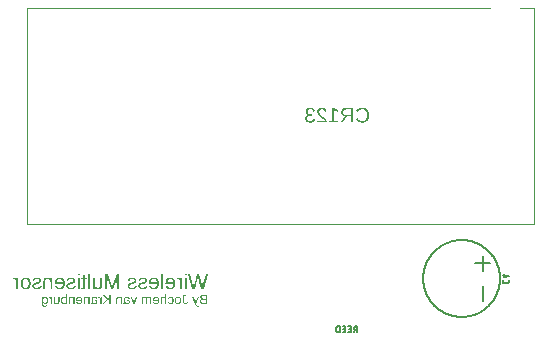
<source format=gbr>
G04 EAGLE Gerber RS-274X export*
G75*
%MOMM*%
%FSLAX34Y34*%
%LPD*%
%INSilkscreen Bottom*%
%IPPOS*%
%AMOC8*
5,1,8,0,0,1.08239X$1,22.5*%
G01*
%ADD10C,0.203200*%
%ADD11C,0.127000*%
%ADD12C,0.100000*%
G36*
X172510Y750789D02*
X172768Y751816D01*
X173123Y753425D01*
X173508Y751726D01*
X174185Y749190D01*
X175899Y742950D01*
X177896Y742950D01*
X181531Y755291D01*
X179788Y755291D01*
X177572Y747452D01*
X177194Y745959D01*
X176845Y744421D01*
X176359Y746523D01*
X176104Y747498D01*
X175614Y749285D01*
X173929Y755291D01*
X172326Y755291D01*
X170180Y747610D01*
X169742Y745871D01*
X169409Y744421D01*
X169331Y744728D01*
X168945Y746370D01*
X168255Y748918D01*
X166484Y755291D01*
X164741Y755291D01*
X168376Y742950D01*
X170373Y742950D01*
X172510Y750789D01*
G37*
G36*
X27665Y742795D02*
X28136Y742854D01*
X28575Y742953D01*
X28983Y743091D01*
X29359Y743269D01*
X29704Y743487D01*
X30016Y743744D01*
X30297Y744040D01*
X30545Y744374D01*
X30761Y744744D01*
X30943Y745148D01*
X31092Y745587D01*
X31208Y746062D01*
X31291Y746572D01*
X31340Y747117D01*
X31357Y747697D01*
X31340Y748291D01*
X31290Y748847D01*
X31207Y749364D01*
X31091Y749843D01*
X30942Y750284D01*
X30759Y750686D01*
X30544Y751050D01*
X30295Y751376D01*
X30013Y751663D01*
X29697Y751912D01*
X29349Y752123D01*
X28967Y752295D01*
X28553Y752429D01*
X28105Y752525D01*
X27623Y752583D01*
X27109Y752602D01*
X26584Y752583D01*
X26095Y752527D01*
X25641Y752434D01*
X25224Y752303D01*
X24842Y752135D01*
X24496Y751929D01*
X24186Y751687D01*
X23912Y751406D01*
X23672Y751087D01*
X23464Y750726D01*
X23288Y750324D01*
X23143Y749881D01*
X23031Y749397D01*
X22951Y748872D01*
X22903Y748305D01*
X22887Y747697D01*
X22904Y747095D01*
X22956Y746533D01*
X23041Y746010D01*
X23161Y745527D01*
X23315Y745084D01*
X23503Y744680D01*
X23726Y744316D01*
X23982Y743992D01*
X24271Y743707D01*
X24591Y743460D01*
X24942Y743250D01*
X25324Y743079D01*
X25737Y742946D01*
X26181Y742851D01*
X26656Y742794D01*
X27161Y742775D01*
X27665Y742795D01*
G37*
G36*
X95896Y751183D02*
X95876Y752523D01*
X95817Y753811D01*
X96224Y752414D01*
X96412Y751843D01*
X96588Y751358D01*
X99776Y742950D01*
X100950Y742950D01*
X104181Y751358D01*
X104672Y752847D01*
X104961Y753811D01*
X104935Y752838D01*
X104900Y751183D01*
X104900Y742950D01*
X106389Y742950D01*
X106389Y755291D01*
X104190Y755291D01*
X100906Y746734D01*
X100734Y746198D01*
X100569Y745626D01*
X100354Y744772D01*
X100246Y745213D01*
X100061Y745836D01*
X99873Y746417D01*
X99758Y746734D01*
X96535Y755291D01*
X94389Y755291D01*
X94389Y742950D01*
X95896Y742950D01*
X95896Y751183D01*
G37*
G36*
X56464Y742794D02*
X56942Y742853D01*
X57389Y742951D01*
X57805Y743088D01*
X58190Y743264D01*
X58543Y743479D01*
X58865Y743734D01*
X59155Y744027D01*
X59413Y744359D01*
X59636Y744730D01*
X59825Y745138D01*
X59979Y745584D01*
X60100Y746068D01*
X60186Y746591D01*
X60237Y747151D01*
X60254Y747750D01*
X60237Y748319D01*
X60186Y748855D01*
X60100Y749356D01*
X59979Y749823D01*
X59825Y750256D01*
X59636Y750655D01*
X59413Y751019D01*
X59155Y751349D01*
X58866Y751643D01*
X58547Y751897D01*
X58198Y752113D01*
X57821Y752289D01*
X57413Y752426D01*
X56977Y752524D01*
X56511Y752582D01*
X56015Y752602D01*
X55509Y752582D01*
X55036Y752523D01*
X54595Y752425D01*
X54187Y752287D01*
X53812Y752110D01*
X53469Y751894D01*
X53159Y751638D01*
X52882Y751343D01*
X52637Y751008D01*
X52425Y750635D01*
X52245Y750222D01*
X52098Y749769D01*
X51984Y749277D01*
X51903Y748746D01*
X51854Y748176D01*
X51837Y747566D01*
X51837Y747356D01*
X58599Y747356D01*
X58588Y746960D01*
X58557Y746588D01*
X58504Y746238D01*
X58430Y745913D01*
X58335Y745610D01*
X58220Y745331D01*
X58083Y745075D01*
X57925Y744842D01*
X57746Y744635D01*
X57548Y744455D01*
X57331Y744303D01*
X57095Y744178D01*
X56839Y744082D01*
X56563Y744013D01*
X56268Y743971D01*
X55954Y743957D01*
X55704Y743964D01*
X55467Y743983D01*
X55243Y744015D01*
X55031Y744060D01*
X54832Y744118D01*
X54646Y744189D01*
X54472Y744272D01*
X54312Y744369D01*
X54028Y744588D01*
X53794Y744835D01*
X53610Y745110D01*
X53475Y745411D01*
X52091Y745017D01*
X52206Y744746D01*
X52338Y744492D01*
X52486Y744255D01*
X52651Y744036D01*
X52834Y743835D01*
X53033Y743651D01*
X53249Y743484D01*
X53482Y743335D01*
X53732Y743204D01*
X53998Y743090D01*
X54282Y742994D01*
X54583Y742915D01*
X54900Y742854D01*
X55234Y742810D01*
X55586Y742784D01*
X55954Y742775D01*
X56464Y742794D01*
G37*
G36*
X136182Y742794D02*
X136661Y742853D01*
X137108Y742951D01*
X137524Y743088D01*
X137908Y743264D01*
X138262Y743479D01*
X138583Y743734D01*
X138874Y744027D01*
X139131Y744359D01*
X139355Y744730D01*
X139544Y745138D01*
X139698Y745584D01*
X139818Y746068D01*
X139904Y746591D01*
X139956Y747151D01*
X139973Y747750D01*
X139956Y748319D01*
X139904Y748855D01*
X139818Y749356D01*
X139698Y749823D01*
X139544Y750256D01*
X139355Y750655D01*
X139131Y751019D01*
X138874Y751349D01*
X138584Y751643D01*
X138265Y751897D01*
X137917Y752113D01*
X137539Y752289D01*
X137132Y752426D01*
X136695Y752524D01*
X136229Y752582D01*
X135734Y752602D01*
X135228Y752582D01*
X134755Y752523D01*
X134314Y752425D01*
X133906Y752287D01*
X133531Y752110D01*
X133188Y751894D01*
X132878Y751638D01*
X132601Y751343D01*
X132356Y751008D01*
X132144Y750635D01*
X131964Y750222D01*
X131817Y749769D01*
X131703Y749277D01*
X131621Y748746D01*
X131572Y748176D01*
X131556Y747566D01*
X131556Y747356D01*
X138318Y747356D01*
X138307Y746960D01*
X138276Y746588D01*
X138223Y746238D01*
X138149Y745913D01*
X138054Y745610D01*
X137938Y745331D01*
X137801Y745075D01*
X137643Y744842D01*
X137465Y744635D01*
X137267Y744455D01*
X137050Y744303D01*
X136813Y744178D01*
X136557Y744082D01*
X136282Y744013D01*
X135987Y743971D01*
X135673Y743957D01*
X135423Y743964D01*
X135186Y743983D01*
X134961Y744015D01*
X134750Y744060D01*
X134551Y744118D01*
X134365Y744189D01*
X134191Y744272D01*
X134030Y744369D01*
X133747Y744588D01*
X133513Y744835D01*
X133328Y745110D01*
X133194Y745411D01*
X131810Y745017D01*
X131925Y744746D01*
X132056Y744492D01*
X132205Y744255D01*
X132370Y744036D01*
X132552Y743835D01*
X132751Y743651D01*
X132968Y743484D01*
X133200Y743335D01*
X133450Y743204D01*
X133717Y743090D01*
X134001Y742994D01*
X134301Y742915D01*
X134619Y742854D01*
X134953Y742810D01*
X135304Y742784D01*
X135673Y742775D01*
X136182Y742794D01*
G37*
G36*
X150151Y742794D02*
X150630Y742853D01*
X151077Y742951D01*
X151493Y743088D01*
X151877Y743264D01*
X152230Y743479D01*
X152552Y743734D01*
X152843Y744027D01*
X153100Y744359D01*
X153323Y744730D01*
X153512Y745138D01*
X153667Y745584D01*
X153787Y746068D01*
X153873Y746591D01*
X153925Y747151D01*
X153942Y747750D01*
X153925Y748319D01*
X153873Y748855D01*
X153787Y749356D01*
X153667Y749823D01*
X153512Y750256D01*
X153323Y750655D01*
X153100Y751019D01*
X152843Y751349D01*
X152553Y751643D01*
X152234Y751897D01*
X151886Y752113D01*
X151508Y752289D01*
X151101Y752426D01*
X150664Y752524D01*
X150198Y752582D01*
X149703Y752602D01*
X149197Y752582D01*
X148723Y752523D01*
X148283Y752425D01*
X147875Y752287D01*
X147500Y752110D01*
X147157Y751894D01*
X146847Y751638D01*
X146569Y751343D01*
X146324Y751008D01*
X146112Y750635D01*
X145933Y750222D01*
X145786Y749769D01*
X145672Y749277D01*
X145590Y748746D01*
X145541Y748176D01*
X145525Y747566D01*
X145525Y747356D01*
X152286Y747356D01*
X152276Y746960D01*
X152244Y746588D01*
X152192Y746238D01*
X152118Y745913D01*
X152023Y745610D01*
X151907Y745331D01*
X151770Y745075D01*
X151612Y744842D01*
X151434Y744635D01*
X151236Y744455D01*
X151019Y744303D01*
X150782Y744178D01*
X150526Y744082D01*
X150251Y744013D01*
X149956Y743971D01*
X149641Y743957D01*
X149392Y743964D01*
X149154Y743983D01*
X148930Y744015D01*
X148718Y744060D01*
X148519Y744118D01*
X148333Y744189D01*
X148160Y744272D01*
X147999Y744369D01*
X147715Y744588D01*
X147481Y744835D01*
X147297Y745110D01*
X147163Y745411D01*
X145779Y745017D01*
X145893Y744746D01*
X146025Y744492D01*
X146173Y744255D01*
X146339Y744036D01*
X146521Y743835D01*
X146720Y743651D01*
X146936Y743484D01*
X147169Y743335D01*
X147419Y743204D01*
X147686Y743090D01*
X147970Y742994D01*
X148270Y742915D01*
X148588Y742854D01*
X148922Y742810D01*
X149273Y742784D01*
X149641Y742775D01*
X150151Y742794D01*
G37*
G36*
X43822Y748958D02*
X43833Y749401D01*
X43868Y749790D01*
X43925Y750128D01*
X44006Y750412D01*
X44111Y750653D01*
X44244Y750857D01*
X44405Y751025D01*
X44592Y751157D01*
X44817Y751256D01*
X45090Y751328D01*
X45409Y751370D01*
X45775Y751384D01*
X46052Y751372D01*
X46314Y751336D01*
X46561Y751275D01*
X46793Y751190D01*
X47010Y751080D01*
X47212Y750946D01*
X47399Y750788D01*
X47570Y750605D01*
X47724Y750401D01*
X47858Y750177D01*
X47971Y749935D01*
X48063Y749674D01*
X48135Y749395D01*
X48186Y749096D01*
X48217Y748778D01*
X48227Y748442D01*
X48227Y742950D01*
X49804Y742950D01*
X49804Y750404D01*
X49817Y751737D01*
X49833Y752162D01*
X49856Y752427D01*
X48367Y752427D01*
X48350Y752190D01*
X48328Y751748D01*
X48297Y750806D01*
X48271Y750806D01*
X47989Y751261D01*
X47685Y751644D01*
X47526Y751809D01*
X47360Y751955D01*
X47190Y752084D01*
X47014Y752195D01*
X46830Y752290D01*
X46636Y752373D01*
X46430Y752443D01*
X46214Y752500D01*
X45987Y752545D01*
X45749Y752576D01*
X45500Y752596D01*
X45241Y752602D01*
X44864Y752590D01*
X44513Y752553D01*
X44189Y752493D01*
X43891Y752408D01*
X43619Y752299D01*
X43373Y752166D01*
X43153Y752008D01*
X42959Y751827D01*
X42790Y751617D01*
X42643Y751376D01*
X42519Y751103D01*
X42417Y750799D01*
X42338Y750463D01*
X42282Y750095D01*
X42248Y749696D01*
X42236Y749265D01*
X42236Y742950D01*
X43822Y742950D01*
X43822Y748958D01*
G37*
G36*
X89130Y742787D02*
X89481Y742823D01*
X89805Y742884D01*
X90103Y742969D01*
X90376Y743078D01*
X90621Y743211D01*
X90841Y743368D01*
X91035Y743550D01*
X91204Y743760D01*
X91351Y744001D01*
X91475Y744274D01*
X91577Y744578D01*
X91656Y744914D01*
X91712Y745282D01*
X91746Y745681D01*
X91758Y746112D01*
X91758Y752427D01*
X90172Y752427D01*
X90172Y746418D01*
X90161Y745976D01*
X90126Y745586D01*
X90069Y745249D01*
X89988Y744964D01*
X89883Y744724D01*
X89750Y744520D01*
X89589Y744352D01*
X89402Y744220D01*
X89177Y744120D01*
X88905Y744049D01*
X88585Y744006D01*
X88219Y743992D01*
X87942Y744004D01*
X87680Y744041D01*
X87433Y744102D01*
X87201Y744187D01*
X86984Y744297D01*
X86782Y744431D01*
X86595Y744589D01*
X86424Y744772D01*
X86270Y744976D01*
X86136Y745199D01*
X86023Y745441D01*
X85931Y745702D01*
X85859Y745982D01*
X85808Y746281D01*
X85777Y746599D01*
X85767Y746935D01*
X85767Y752427D01*
X84190Y752427D01*
X84190Y744973D01*
X84177Y743640D01*
X84161Y743214D01*
X84138Y742950D01*
X85627Y742950D01*
X85644Y743186D01*
X85666Y743629D01*
X85697Y744570D01*
X85723Y744570D01*
X86005Y744116D01*
X86309Y743733D01*
X86469Y743568D01*
X86634Y743422D01*
X86804Y743293D01*
X86980Y743182D01*
X87164Y743087D01*
X87358Y743004D01*
X87564Y742934D01*
X87780Y742877D01*
X88007Y742832D01*
X88245Y742800D01*
X88494Y742781D01*
X88753Y742775D01*
X89130Y742787D01*
G37*
G36*
X37033Y742784D02*
X37437Y742811D01*
X37816Y742857D01*
X38170Y742920D01*
X38498Y743002D01*
X38801Y743102D01*
X39079Y743221D01*
X39331Y743357D01*
X39561Y743513D01*
X39769Y743689D01*
X39957Y743886D01*
X40123Y744103D01*
X40269Y744340D01*
X40393Y744598D01*
X40497Y744876D01*
X40580Y745175D01*
X39187Y745446D01*
X39130Y745262D01*
X39059Y745091D01*
X38975Y744932D01*
X38878Y744786D01*
X38767Y744653D01*
X38643Y744532D01*
X38506Y744425D01*
X38355Y744329D01*
X38190Y744246D01*
X38009Y744174D01*
X37813Y744113D01*
X37602Y744063D01*
X37133Y743997D01*
X36603Y743975D01*
X36313Y743980D01*
X36043Y743998D01*
X35794Y744026D01*
X35564Y744067D01*
X35355Y744118D01*
X35165Y744182D01*
X34996Y744256D01*
X34847Y744343D01*
X34717Y744440D01*
X34604Y744550D01*
X34508Y744670D01*
X34430Y744802D01*
X34369Y744946D01*
X34326Y745101D01*
X34300Y745268D01*
X34291Y745446D01*
X34315Y745713D01*
X34387Y745954D01*
X34508Y746169D01*
X34676Y746357D01*
X34899Y746525D01*
X35180Y746677D01*
X35520Y746814D01*
X35920Y746935D01*
X37050Y747233D01*
X37680Y747407D01*
X38211Y747580D01*
X38645Y747751D01*
X38981Y747920D01*
X39252Y748098D01*
X39492Y748294D01*
X39701Y748508D01*
X39879Y748739D01*
X40021Y748994D01*
X40122Y749276D01*
X40183Y749585D01*
X40203Y749922D01*
X40188Y750236D01*
X40145Y750531D01*
X40073Y750807D01*
X39972Y751064D01*
X39842Y751301D01*
X39683Y751519D01*
X39495Y751718D01*
X39279Y751897D01*
X39035Y752056D01*
X38764Y752194D01*
X38467Y752310D01*
X38144Y752406D01*
X37794Y752480D01*
X37417Y752533D01*
X37015Y752565D01*
X36586Y752576D01*
X36204Y752567D01*
X35842Y752541D01*
X35500Y752498D01*
X35179Y752438D01*
X34877Y752360D01*
X34596Y752265D01*
X34335Y752153D01*
X34094Y752024D01*
X33873Y751876D01*
X33674Y751706D01*
X33496Y751516D01*
X33340Y751306D01*
X33204Y751074D01*
X33090Y750822D01*
X32996Y750549D01*
X32925Y750255D01*
X34343Y750079D01*
X34383Y750233D01*
X34437Y750376D01*
X34504Y750511D01*
X34585Y750637D01*
X34789Y750860D01*
X35049Y751047D01*
X35360Y751195D01*
X35720Y751300D01*
X36128Y751363D01*
X36586Y751384D01*
X37085Y751364D01*
X37514Y751303D01*
X37702Y751258D01*
X37873Y751202D01*
X38026Y751136D01*
X38162Y751060D01*
X38281Y750974D01*
X38384Y750878D01*
X38472Y750771D01*
X38543Y750653D01*
X38599Y750525D01*
X38638Y750387D01*
X38662Y750238D01*
X38670Y750079D01*
X38657Y749887D01*
X38618Y749712D01*
X38552Y749554D01*
X38460Y749414D01*
X38342Y749287D01*
X38199Y749171D01*
X38031Y749064D01*
X37838Y748967D01*
X37575Y748866D01*
X37199Y748748D01*
X36104Y748459D01*
X35521Y748304D01*
X35027Y748156D01*
X34619Y748013D01*
X34300Y747877D01*
X34038Y747740D01*
X33806Y747595D01*
X33603Y747444D01*
X33428Y747285D01*
X33277Y747117D01*
X33145Y746936D01*
X33030Y746743D01*
X32933Y746537D01*
X32857Y746317D01*
X32802Y746082D01*
X32769Y745833D01*
X32758Y745569D01*
X32774Y745243D01*
X32821Y744937D01*
X32900Y744650D01*
X33011Y744382D01*
X33153Y744133D01*
X33327Y743904D01*
X33533Y743693D01*
X33770Y743502D01*
X34035Y743331D01*
X34326Y743184D01*
X34642Y743059D01*
X34984Y742957D01*
X35351Y742877D01*
X35743Y742820D01*
X36160Y742786D01*
X36603Y742775D01*
X37033Y742784D01*
G37*
G36*
X65939Y742784D02*
X66343Y742811D01*
X66722Y742857D01*
X67076Y742920D01*
X67404Y743002D01*
X67708Y743102D01*
X67985Y743221D01*
X68238Y743357D01*
X68467Y743513D01*
X68675Y743689D01*
X68863Y743886D01*
X69029Y744103D01*
X69175Y744340D01*
X69299Y744598D01*
X69403Y744876D01*
X69486Y745175D01*
X68093Y745446D01*
X68036Y745262D01*
X67966Y745091D01*
X67882Y744932D01*
X67784Y744786D01*
X67674Y744653D01*
X67550Y744532D01*
X67412Y744425D01*
X67261Y744329D01*
X67096Y744246D01*
X66915Y744174D01*
X66719Y744113D01*
X66508Y744063D01*
X66039Y743997D01*
X65509Y743975D01*
X65219Y743980D01*
X64950Y743998D01*
X64700Y744026D01*
X64470Y744067D01*
X64261Y744118D01*
X64072Y744182D01*
X63902Y744256D01*
X63753Y744343D01*
X63623Y744440D01*
X63510Y744550D01*
X63414Y744670D01*
X63336Y744802D01*
X63275Y744946D01*
X63232Y745101D01*
X63206Y745268D01*
X63197Y745446D01*
X63221Y745713D01*
X63294Y745954D01*
X63414Y746169D01*
X63583Y746357D01*
X63805Y746525D01*
X64086Y746677D01*
X64427Y746814D01*
X64826Y746935D01*
X65956Y747233D01*
X66586Y747407D01*
X67118Y747580D01*
X67552Y747751D01*
X67887Y747920D01*
X68159Y748098D01*
X68399Y748294D01*
X68607Y748508D01*
X68785Y748739D01*
X68927Y748994D01*
X69028Y749276D01*
X69089Y749585D01*
X69109Y749922D01*
X69095Y750236D01*
X69051Y750531D01*
X68979Y750807D01*
X68878Y751064D01*
X68748Y751301D01*
X68589Y751519D01*
X68402Y751718D01*
X68185Y751897D01*
X67941Y752056D01*
X67670Y752194D01*
X67373Y752310D01*
X67050Y752406D01*
X66700Y752480D01*
X66324Y752533D01*
X65921Y752565D01*
X65492Y752576D01*
X65110Y752567D01*
X64748Y752541D01*
X64407Y752498D01*
X64085Y752438D01*
X63784Y752360D01*
X63502Y752265D01*
X63241Y752153D01*
X63000Y752024D01*
X62780Y751876D01*
X62581Y751706D01*
X62403Y751516D01*
X62246Y751306D01*
X62110Y751074D01*
X61996Y750822D01*
X61903Y750549D01*
X61831Y750255D01*
X63250Y750079D01*
X63289Y750233D01*
X63343Y750376D01*
X63410Y750511D01*
X63492Y750637D01*
X63696Y750860D01*
X63955Y751047D01*
X64266Y751195D01*
X64626Y751300D01*
X65035Y751363D01*
X65492Y751384D01*
X65991Y751364D01*
X66420Y751303D01*
X66609Y751258D01*
X66779Y751202D01*
X66933Y751136D01*
X67068Y751060D01*
X67187Y750974D01*
X67291Y750878D01*
X67378Y750771D01*
X67449Y750653D01*
X67505Y750525D01*
X67545Y750387D01*
X67568Y750238D01*
X67576Y750079D01*
X67563Y749887D01*
X67524Y749712D01*
X67458Y749554D01*
X67366Y749414D01*
X67249Y749287D01*
X67106Y749171D01*
X66938Y749064D01*
X66744Y748967D01*
X66482Y748866D01*
X66105Y748748D01*
X65010Y748459D01*
X64428Y748304D01*
X63933Y748156D01*
X63526Y748013D01*
X63206Y747877D01*
X62945Y747740D01*
X62712Y747595D01*
X62509Y747444D01*
X62334Y747285D01*
X62184Y747117D01*
X62051Y746936D01*
X61936Y746743D01*
X61840Y746537D01*
X61763Y746317D01*
X61708Y746082D01*
X61675Y745833D01*
X61664Y745569D01*
X61680Y745243D01*
X61728Y744937D01*
X61807Y744650D01*
X61917Y744382D01*
X62060Y744133D01*
X62233Y743904D01*
X62439Y743693D01*
X62676Y743502D01*
X62942Y743331D01*
X63232Y743184D01*
X63549Y743059D01*
X63890Y742957D01*
X64257Y742877D01*
X64649Y742820D01*
X65067Y742786D01*
X65509Y742775D01*
X65939Y742784D01*
G37*
G36*
X117752Y742784D02*
X118156Y742811D01*
X118535Y742857D01*
X118889Y742920D01*
X119217Y743002D01*
X119520Y743102D01*
X119798Y743221D01*
X120050Y743357D01*
X120279Y743513D01*
X120488Y743689D01*
X120675Y743886D01*
X120842Y744103D01*
X120987Y744340D01*
X121112Y744598D01*
X121216Y744876D01*
X121298Y745175D01*
X119906Y745446D01*
X119849Y745262D01*
X119778Y745091D01*
X119694Y744932D01*
X119597Y744786D01*
X119486Y744653D01*
X119362Y744532D01*
X119225Y744425D01*
X119074Y744329D01*
X118908Y744246D01*
X118728Y744174D01*
X118532Y744113D01*
X118320Y744063D01*
X117852Y743997D01*
X117322Y743975D01*
X117032Y743980D01*
X116762Y743998D01*
X116513Y744026D01*
X116283Y744067D01*
X116073Y744118D01*
X115884Y744182D01*
X115715Y744256D01*
X115566Y744343D01*
X115435Y744440D01*
X115323Y744550D01*
X115227Y744670D01*
X115149Y744802D01*
X115088Y744946D01*
X115044Y745101D01*
X115018Y745268D01*
X115010Y745446D01*
X115034Y745713D01*
X115106Y745954D01*
X115226Y746169D01*
X115395Y746357D01*
X115617Y746525D01*
X115899Y746677D01*
X116239Y746814D01*
X116639Y746935D01*
X117769Y747233D01*
X118398Y747407D01*
X118930Y747580D01*
X119364Y747751D01*
X119700Y747920D01*
X119971Y748098D01*
X120211Y748294D01*
X120420Y748508D01*
X120598Y748739D01*
X120739Y748994D01*
X120841Y749276D01*
X120901Y749585D01*
X120922Y749922D01*
X120907Y750236D01*
X120864Y750531D01*
X120792Y750807D01*
X120691Y751064D01*
X120561Y751301D01*
X120402Y751519D01*
X120214Y751718D01*
X119998Y751897D01*
X119753Y752056D01*
X119483Y752194D01*
X119186Y752310D01*
X118862Y752406D01*
X118512Y752480D01*
X118136Y752533D01*
X117733Y752565D01*
X117304Y752576D01*
X116923Y752567D01*
X116561Y752541D01*
X116219Y752498D01*
X115898Y752438D01*
X115596Y752360D01*
X115315Y752265D01*
X115054Y752153D01*
X114813Y752024D01*
X114592Y751876D01*
X114393Y751706D01*
X114215Y751516D01*
X114058Y751306D01*
X113923Y751074D01*
X113808Y750822D01*
X113715Y750549D01*
X113643Y750255D01*
X115062Y750079D01*
X115102Y750233D01*
X115156Y750376D01*
X115223Y750511D01*
X115304Y750637D01*
X115508Y750860D01*
X115767Y751047D01*
X116078Y751195D01*
X116438Y751300D01*
X116847Y751363D01*
X117304Y751384D01*
X117804Y751364D01*
X118233Y751303D01*
X118421Y751258D01*
X118592Y751202D01*
X118745Y751136D01*
X118881Y751060D01*
X119000Y750974D01*
X119103Y750878D01*
X119190Y750771D01*
X119262Y750653D01*
X119317Y750525D01*
X119357Y750387D01*
X119381Y750238D01*
X119389Y750079D01*
X119376Y749887D01*
X119336Y749712D01*
X119271Y749554D01*
X119179Y749414D01*
X119061Y749287D01*
X118918Y749171D01*
X118750Y749064D01*
X118557Y748967D01*
X118294Y748866D01*
X117917Y748748D01*
X116823Y748459D01*
X116240Y748304D01*
X115745Y748156D01*
X115338Y748013D01*
X115018Y747877D01*
X114757Y747740D01*
X114525Y747595D01*
X114321Y747444D01*
X114147Y747285D01*
X113996Y747117D01*
X113863Y746936D01*
X113749Y746743D01*
X113652Y746537D01*
X113575Y746317D01*
X113521Y746082D01*
X113488Y745833D01*
X113477Y745569D01*
X113493Y745243D01*
X113540Y744937D01*
X113619Y744650D01*
X113730Y744382D01*
X113872Y744133D01*
X114046Y743904D01*
X114251Y743693D01*
X114489Y743502D01*
X114754Y743331D01*
X115045Y743184D01*
X115361Y743059D01*
X115703Y742957D01*
X116070Y742877D01*
X116462Y742820D01*
X116879Y742786D01*
X117322Y742775D01*
X117752Y742784D01*
G37*
G36*
X126720Y742784D02*
X127125Y742811D01*
X127504Y742857D01*
X127857Y742920D01*
X128186Y743002D01*
X128489Y743102D01*
X128767Y743221D01*
X129019Y743357D01*
X129248Y743513D01*
X129457Y743689D01*
X129644Y743886D01*
X129811Y744103D01*
X129956Y744340D01*
X130081Y744598D01*
X130184Y744876D01*
X130267Y745175D01*
X128874Y745446D01*
X128817Y745262D01*
X128747Y745091D01*
X128663Y744932D01*
X128566Y744786D01*
X128455Y744653D01*
X128331Y744532D01*
X128193Y744425D01*
X128042Y744329D01*
X127877Y744246D01*
X127696Y744174D01*
X127500Y744113D01*
X127289Y744063D01*
X126821Y743997D01*
X126291Y743975D01*
X126001Y743980D01*
X125731Y743998D01*
X125481Y744026D01*
X125252Y744067D01*
X125042Y744118D01*
X124853Y744182D01*
X124684Y744256D01*
X124535Y744343D01*
X124404Y744440D01*
X124291Y744550D01*
X124196Y744670D01*
X124117Y744802D01*
X124057Y744946D01*
X124013Y745101D01*
X123987Y745268D01*
X123978Y745446D01*
X124002Y745713D01*
X124075Y745954D01*
X124195Y746169D01*
X124364Y746357D01*
X124586Y746525D01*
X124867Y746677D01*
X125208Y746814D01*
X125607Y746935D01*
X126737Y747233D01*
X127367Y747407D01*
X127899Y747580D01*
X128333Y747751D01*
X128669Y747920D01*
X128940Y748098D01*
X129180Y748294D01*
X129389Y748508D01*
X129566Y748739D01*
X129708Y748994D01*
X129809Y749276D01*
X129870Y749585D01*
X129890Y749922D01*
X129876Y750236D01*
X129833Y750531D01*
X129760Y750807D01*
X129659Y751064D01*
X129529Y751301D01*
X129371Y751519D01*
X129183Y751718D01*
X128966Y751897D01*
X128722Y752056D01*
X128452Y752194D01*
X128155Y752310D01*
X127831Y752406D01*
X127481Y752480D01*
X127105Y752533D01*
X126702Y752565D01*
X126273Y752576D01*
X125891Y752567D01*
X125529Y752541D01*
X125188Y752498D01*
X124866Y752438D01*
X124565Y752360D01*
X124284Y752265D01*
X124022Y752153D01*
X123781Y752024D01*
X123561Y751876D01*
X123362Y751706D01*
X123184Y751516D01*
X123027Y751306D01*
X122891Y751074D01*
X122777Y750822D01*
X122684Y750549D01*
X122612Y750255D01*
X124031Y750079D01*
X124071Y750233D01*
X124124Y750376D01*
X124192Y750511D01*
X124273Y750637D01*
X124477Y750860D01*
X124736Y751047D01*
X125047Y751195D01*
X125407Y751300D01*
X125816Y751363D01*
X126273Y751384D01*
X126772Y751364D01*
X127202Y751303D01*
X127390Y751258D01*
X127561Y751202D01*
X127714Y751136D01*
X127850Y751060D01*
X127969Y750974D01*
X128072Y750878D01*
X128159Y750771D01*
X128231Y750653D01*
X128286Y750525D01*
X128326Y750387D01*
X128350Y750238D01*
X128358Y750079D01*
X128345Y749887D01*
X128305Y749712D01*
X128239Y749554D01*
X128147Y749414D01*
X128030Y749287D01*
X127887Y749171D01*
X127719Y749064D01*
X127526Y748967D01*
X127263Y748866D01*
X126886Y748748D01*
X125791Y748459D01*
X125209Y748304D01*
X124714Y748156D01*
X124307Y748013D01*
X123987Y747877D01*
X123726Y747740D01*
X123493Y747595D01*
X123290Y747444D01*
X123116Y747285D01*
X122965Y747117D01*
X122832Y746936D01*
X122717Y746743D01*
X122621Y746537D01*
X122544Y746317D01*
X122489Y746082D01*
X122457Y745833D01*
X122446Y745569D01*
X122461Y745243D01*
X122509Y744937D01*
X122588Y744650D01*
X122699Y744382D01*
X122841Y744133D01*
X123015Y743904D01*
X123220Y743693D01*
X123457Y743502D01*
X123723Y743331D01*
X124014Y743184D01*
X124330Y743059D01*
X124671Y742957D01*
X125038Y742877D01*
X125430Y742820D01*
X125848Y742786D01*
X126291Y742775D01*
X126720Y742784D01*
G37*
%LPC*%
G36*
X26837Y743954D02*
X26520Y743997D01*
X26229Y744068D01*
X25963Y744167D01*
X25722Y744296D01*
X25506Y744452D01*
X25316Y744637D01*
X25151Y744851D01*
X25009Y745094D01*
X24885Y745370D01*
X24780Y745678D01*
X24695Y746018D01*
X24628Y746390D01*
X24581Y746793D01*
X24552Y747229D01*
X24543Y747697D01*
X24552Y748171D01*
X24579Y748611D01*
X24625Y749018D01*
X24688Y749391D01*
X24770Y749730D01*
X24870Y750036D01*
X24989Y750309D01*
X25125Y750548D01*
X25283Y750756D01*
X25466Y750937D01*
X25673Y751090D01*
X25906Y751215D01*
X26163Y751312D01*
X26445Y751381D01*
X26751Y751423D01*
X27083Y751437D01*
X27417Y751423D01*
X27727Y751380D01*
X28013Y751310D01*
X28275Y751210D01*
X28513Y751083D01*
X28727Y750927D01*
X28918Y750743D01*
X29084Y750531D01*
X29229Y750288D01*
X29354Y750013D01*
X29460Y749707D01*
X29547Y749369D01*
X29615Y748999D01*
X29663Y748597D01*
X29692Y748163D01*
X29701Y747697D01*
X29692Y747243D01*
X29663Y746818D01*
X29616Y746423D01*
X29549Y746056D01*
X29464Y745719D01*
X29359Y745410D01*
X29235Y745131D01*
X29093Y744881D01*
X28930Y744661D01*
X28745Y744469D01*
X28538Y744308D01*
X28310Y744175D01*
X28060Y744072D01*
X27788Y743999D01*
X27494Y743954D01*
X27179Y743940D01*
X26837Y743954D01*
G37*
%LPD*%
G36*
X75925Y742818D02*
X76139Y742843D01*
X76339Y742885D01*
X76523Y742944D01*
X76693Y743019D01*
X76848Y743112D01*
X76989Y743221D01*
X77114Y743346D01*
X77225Y743489D01*
X77321Y743648D01*
X77403Y743824D01*
X77469Y744017D01*
X77521Y744226D01*
X77558Y744453D01*
X77580Y744696D01*
X77587Y744956D01*
X77587Y751279D01*
X78682Y751279D01*
X78682Y752427D01*
X77526Y752427D01*
X77062Y754546D01*
X76011Y754546D01*
X76011Y752427D01*
X74259Y752427D01*
X74259Y751279D01*
X76011Y751279D01*
X76011Y745297D01*
X75997Y744981D01*
X75955Y744716D01*
X75885Y744502D01*
X75788Y744338D01*
X75655Y744218D01*
X75482Y744131D01*
X75268Y744080D01*
X75012Y744062D01*
X74627Y744093D01*
X74102Y744185D01*
X74102Y743020D01*
X74493Y742928D01*
X74890Y742862D01*
X75291Y742823D01*
X75696Y742810D01*
X75925Y742818D01*
G37*
G36*
X81745Y755948D02*
X80169Y755948D01*
X80169Y742950D01*
X81745Y742950D01*
X81745Y755948D01*
G37*
G36*
X143526Y755948D02*
X141950Y755948D01*
X141950Y742950D01*
X143526Y742950D01*
X143526Y755948D01*
G37*
G36*
X20898Y750220D02*
X20911Y751271D01*
X20950Y752427D01*
X19461Y752427D01*
X19391Y750491D01*
X19356Y750491D01*
X19161Y751052D01*
X18951Y751516D01*
X18727Y751884D01*
X18610Y752032D01*
X18489Y752155D01*
X18360Y752260D01*
X18219Y752351D01*
X18064Y752427D01*
X17898Y752490D01*
X17718Y752539D01*
X17527Y752574D01*
X17322Y752595D01*
X17105Y752602D01*
X16788Y752580D01*
X16466Y752514D01*
X16466Y751069D01*
X16637Y751107D01*
X16834Y751135D01*
X17307Y751157D01*
X17545Y751144D01*
X17768Y751104D01*
X17977Y751038D01*
X18171Y750945D01*
X18351Y750827D01*
X18517Y750681D01*
X18668Y750510D01*
X18804Y750312D01*
X18925Y750089D01*
X19030Y749843D01*
X19119Y749575D01*
X19192Y749284D01*
X19248Y748969D01*
X19289Y748632D01*
X19313Y748273D01*
X19321Y747890D01*
X19321Y742950D01*
X20898Y742950D01*
X20898Y750220D01*
G37*
G36*
X159429Y750220D02*
X159442Y751271D01*
X159481Y752427D01*
X157992Y752427D01*
X157922Y750491D01*
X157887Y750491D01*
X157692Y751052D01*
X157482Y751516D01*
X157258Y751884D01*
X157141Y752032D01*
X157020Y752155D01*
X156891Y752260D01*
X156750Y752351D01*
X156596Y752427D01*
X156429Y752490D01*
X156250Y752539D01*
X156058Y752574D01*
X155853Y752595D01*
X155636Y752602D01*
X155319Y752580D01*
X154997Y752514D01*
X154997Y751069D01*
X155168Y751107D01*
X155365Y751135D01*
X155838Y751157D01*
X156076Y751144D01*
X156299Y751104D01*
X156508Y751038D01*
X156703Y750945D01*
X156883Y750827D01*
X157048Y750681D01*
X157199Y750510D01*
X157336Y750312D01*
X157457Y750089D01*
X157562Y749843D01*
X157650Y749575D01*
X157723Y749284D01*
X157780Y748969D01*
X157820Y748632D01*
X157844Y748273D01*
X157852Y747890D01*
X157852Y742950D01*
X159429Y742950D01*
X159429Y750220D01*
G37*
G36*
X72785Y752427D02*
X71209Y752427D01*
X71209Y742950D01*
X72785Y742950D01*
X72785Y752427D01*
G37*
G36*
X163473Y752427D02*
X161896Y752427D01*
X161896Y742950D01*
X163473Y742950D01*
X163473Y752427D01*
G37*
%LPC*%
G36*
X53466Y748564D02*
X53507Y748926D01*
X53563Y749262D01*
X53635Y749574D01*
X53723Y749859D01*
X53826Y750120D01*
X53944Y750355D01*
X54079Y750565D01*
X54228Y750749D01*
X54395Y750911D01*
X54578Y751050D01*
X54779Y751168D01*
X54997Y751265D01*
X55232Y751340D01*
X55485Y751394D01*
X55754Y751426D01*
X56041Y751437D01*
X56321Y751425D01*
X56585Y751389D01*
X56835Y751329D01*
X57069Y751245D01*
X57289Y751138D01*
X57494Y751006D01*
X57684Y750850D01*
X57859Y750671D01*
X58017Y750470D01*
X58155Y750252D01*
X58275Y750015D01*
X58374Y749761D01*
X58455Y749489D01*
X58517Y749198D01*
X58559Y748890D01*
X58581Y748564D01*
X53466Y748564D01*
G37*
G36*
X133185Y748564D02*
X133226Y748926D01*
X133282Y749262D01*
X133354Y749574D01*
X133441Y749859D01*
X133544Y750120D01*
X133663Y750355D01*
X133797Y750565D01*
X133947Y750749D01*
X134113Y750911D01*
X134297Y751050D01*
X134498Y751168D01*
X134716Y751265D01*
X134951Y751340D01*
X135203Y751394D01*
X135473Y751426D01*
X135760Y751437D01*
X136040Y751425D01*
X136304Y751389D01*
X136554Y751329D01*
X136788Y751245D01*
X137008Y751138D01*
X137213Y751006D01*
X137403Y750850D01*
X137578Y750671D01*
X137735Y750470D01*
X137874Y750252D01*
X137993Y750015D01*
X138093Y749761D01*
X138174Y749489D01*
X138235Y749198D01*
X138277Y748890D01*
X138300Y748564D01*
X133185Y748564D01*
G37*
G36*
X147154Y748564D02*
X147195Y748926D01*
X147251Y749262D01*
X147323Y749574D01*
X147410Y749859D01*
X147513Y750120D01*
X147632Y750355D01*
X147766Y750565D01*
X147916Y750749D01*
X148082Y750911D01*
X148266Y751050D01*
X148466Y751168D01*
X148684Y751265D01*
X148920Y751340D01*
X149172Y751394D01*
X149442Y751426D01*
X149729Y751437D01*
X150008Y751425D01*
X150273Y751389D01*
X150522Y751329D01*
X150757Y751245D01*
X150977Y751138D01*
X151181Y751006D01*
X151371Y750850D01*
X151546Y750671D01*
X151704Y750470D01*
X151843Y750252D01*
X151962Y750015D01*
X152062Y749761D01*
X152143Y749489D01*
X152204Y749198D01*
X152246Y748890D01*
X152269Y748564D01*
X147154Y748564D01*
G37*
%LPD*%
G36*
X72785Y755948D02*
X71209Y755948D01*
X71209Y754441D01*
X72785Y754441D01*
X72785Y755948D01*
G37*
G36*
X163473Y755948D02*
X161896Y755948D01*
X161896Y754441D01*
X163473Y754441D01*
X163473Y755948D01*
G37*
G36*
X180669Y738140D02*
X177802Y738140D01*
X177466Y738133D01*
X177151Y738110D01*
X176858Y738073D01*
X176587Y738021D01*
X176337Y737953D01*
X176109Y737871D01*
X175903Y737774D01*
X175719Y737662D01*
X175556Y737534D01*
X175415Y737392D01*
X175296Y737235D01*
X175198Y737063D01*
X175122Y736876D01*
X175068Y736674D01*
X175035Y736457D01*
X175024Y736225D01*
X175031Y736054D01*
X175049Y735889D01*
X175122Y735581D01*
X175245Y735301D01*
X175416Y735049D01*
X175584Y734880D01*
X175633Y734831D01*
X175890Y734652D01*
X176187Y734512D01*
X176525Y734411D01*
X176297Y734376D01*
X176082Y734329D01*
X175880Y734270D01*
X175692Y734197D01*
X175518Y734112D01*
X175357Y734014D01*
X175209Y733904D01*
X175147Y733847D01*
X175075Y733781D01*
X174955Y733647D01*
X174852Y733505D01*
X174764Y733354D01*
X174693Y733195D01*
X174637Y733027D01*
X174597Y732851D01*
X174573Y732666D01*
X174565Y732473D01*
X174577Y732217D01*
X174613Y731976D01*
X174673Y731749D01*
X174757Y731537D01*
X174865Y731340D01*
X174997Y731157D01*
X175153Y730989D01*
X175332Y730835D01*
X175534Y730698D01*
X175754Y730579D01*
X175992Y730479D01*
X176249Y730396D01*
X176526Y730332D01*
X176820Y730287D01*
X177134Y730259D01*
X177466Y730250D01*
X180669Y730250D01*
X180669Y738140D01*
G37*
G36*
X43595Y727876D02*
X43824Y727894D01*
X44040Y727925D01*
X44244Y727967D01*
X44435Y728022D01*
X44614Y728089D01*
X44780Y728168D01*
X44933Y728259D01*
X45201Y728474D01*
X45315Y728597D01*
X45416Y728730D01*
X45504Y728874D01*
X45579Y729027D01*
X45640Y729191D01*
X45689Y729365D01*
X44675Y729511D01*
X44610Y729313D01*
X44514Y729139D01*
X44387Y728990D01*
X44230Y728864D01*
X44044Y728765D01*
X43832Y728694D01*
X43592Y728651D01*
X43326Y728637D01*
X43143Y728644D01*
X43134Y728645D01*
X42973Y728665D01*
X42814Y728699D01*
X42667Y728747D01*
X42531Y728810D01*
X42408Y728885D01*
X42296Y728975D01*
X42196Y729078D01*
X42108Y729195D01*
X42031Y729326D01*
X41966Y729471D01*
X41914Y729629D01*
X41872Y729802D01*
X41843Y729988D01*
X41825Y730188D01*
X41819Y730401D01*
X41819Y731376D01*
X41831Y731376D01*
X41987Y731102D01*
X42169Y730865D01*
X42379Y730664D01*
X42606Y730505D01*
X42615Y730499D01*
X42874Y730371D01*
X43155Y730279D01*
X43457Y730224D01*
X43779Y730205D01*
X44049Y730217D01*
X44300Y730251D01*
X44532Y730309D01*
X44746Y730390D01*
X44942Y730494D01*
X45119Y730621D01*
X45277Y730771D01*
X45417Y730944D01*
X45540Y731142D01*
X45646Y731367D01*
X45736Y731618D01*
X45810Y731895D01*
X45867Y732199D01*
X45908Y732529D01*
X45933Y732885D01*
X45941Y733268D01*
X45932Y733657D01*
X45906Y734019D01*
X45862Y734355D01*
X45800Y734665D01*
X45721Y734948D01*
X45624Y735205D01*
X45510Y735436D01*
X45378Y735640D01*
X45228Y735819D01*
X45060Y735974D01*
X44874Y736106D01*
X44669Y736213D01*
X44446Y736297D01*
X44205Y736357D01*
X43945Y736392D01*
X43667Y736404D01*
X43356Y736386D01*
X43066Y736331D01*
X42797Y736239D01*
X42550Y736110D01*
X42327Y735948D01*
X42131Y735754D01*
X41962Y735529D01*
X41819Y735273D01*
X41808Y735273D01*
X41786Y735856D01*
X41763Y736176D01*
X41741Y736309D01*
X40783Y736309D01*
X40809Y735844D01*
X40817Y735055D01*
X40817Y730424D01*
X40827Y730114D01*
X40857Y729825D01*
X40906Y729556D01*
X40976Y729306D01*
X41065Y729077D01*
X41174Y728868D01*
X41303Y728678D01*
X41451Y728508D01*
X41620Y728359D01*
X41808Y728229D01*
X42016Y728119D01*
X42244Y728030D01*
X42492Y727960D01*
X42759Y727910D01*
X43047Y727880D01*
X43354Y727870D01*
X43595Y727876D01*
G37*
G36*
X59647Y730154D02*
X59948Y730200D01*
X60220Y730278D01*
X60462Y730387D01*
X60680Y730531D01*
X60876Y730713D01*
X61051Y730933D01*
X61204Y731191D01*
X61215Y731191D01*
X61238Y730662D01*
X61271Y730250D01*
X62246Y730250D01*
X62221Y730713D01*
X62212Y731499D01*
X62212Y738560D01*
X61204Y738560D01*
X61204Y736192D01*
X61227Y735335D01*
X61204Y735335D01*
X61053Y735605D01*
X60879Y735835D01*
X60682Y736023D01*
X60462Y736169D01*
X60217Y736279D01*
X59945Y736358D01*
X59645Y736405D01*
X59317Y736421D01*
X59040Y736409D01*
X58781Y736373D01*
X58541Y736312D01*
X58321Y736228D01*
X58119Y736119D01*
X57937Y735986D01*
X57773Y735830D01*
X57629Y735648D01*
X57502Y735443D01*
X57392Y735212D01*
X57299Y734957D01*
X57223Y734677D01*
X57164Y734372D01*
X57122Y734042D01*
X57097Y733687D01*
X57088Y733308D01*
X57097Y732924D01*
X57123Y732565D01*
X57167Y732230D01*
X57228Y731921D01*
X57306Y731636D01*
X57402Y731376D01*
X57515Y731141D01*
X57645Y730930D01*
X57793Y730745D01*
X57959Y730584D01*
X58142Y730448D01*
X58342Y730336D01*
X58560Y730249D01*
X58795Y730188D01*
X59047Y730150D01*
X59317Y730138D01*
X59647Y730154D01*
G37*
G36*
X156424Y730151D02*
X156725Y730189D01*
X157006Y730252D01*
X157267Y730340D01*
X157508Y730454D01*
X157728Y730593D01*
X157928Y730758D01*
X158107Y730947D01*
X158266Y731161D01*
X158404Y731397D01*
X158520Y731655D01*
X158615Y731936D01*
X158689Y732240D01*
X158742Y732566D01*
X158774Y732914D01*
X158785Y733285D01*
X158774Y733665D01*
X158742Y734020D01*
X158689Y734351D01*
X158615Y734657D01*
X158519Y734939D01*
X158403Y735196D01*
X158265Y735429D01*
X158106Y735637D01*
X157925Y735821D01*
X157724Y735980D01*
X157501Y736115D01*
X157257Y736225D01*
X156992Y736311D01*
X156705Y736372D01*
X156398Y736409D01*
X156069Y736421D01*
X155733Y736409D01*
X155420Y736373D01*
X155130Y736314D01*
X154863Y736230D01*
X154619Y736123D01*
X154398Y735991D01*
X154200Y735836D01*
X154025Y735657D01*
X153871Y735453D01*
X153738Y735222D01*
X153625Y734965D01*
X153533Y734682D01*
X153462Y734372D01*
X153410Y734036D01*
X153380Y733674D01*
X153370Y733285D01*
X153380Y732900D01*
X153413Y732541D01*
X153468Y732207D01*
X153545Y731898D01*
X153643Y731614D01*
X153763Y731356D01*
X153905Y731124D01*
X154070Y730916D01*
X154254Y730734D01*
X154459Y730576D01*
X154683Y730442D01*
X154928Y730333D01*
X155192Y730247D01*
X155475Y730187D01*
X155779Y730150D01*
X156102Y730138D01*
X156424Y730151D01*
G37*
G36*
X86388Y730146D02*
X86595Y730168D01*
X86787Y730206D01*
X86966Y730258D01*
X87130Y730326D01*
X87281Y730409D01*
X87417Y730507D01*
X87539Y730620D01*
X87646Y730746D01*
X87740Y730883D01*
X87818Y731031D01*
X87883Y731191D01*
X87933Y731362D01*
X87969Y731544D01*
X87991Y731737D01*
X87998Y731941D01*
X87988Y732170D01*
X87959Y732384D01*
X87911Y732585D01*
X87843Y732773D01*
X87756Y732947D01*
X87650Y733107D01*
X87524Y733253D01*
X87379Y733386D01*
X87212Y733505D01*
X87022Y733609D01*
X86808Y733698D01*
X86571Y733772D01*
X86309Y733832D01*
X86024Y733877D01*
X85715Y733908D01*
X85383Y733924D01*
X84022Y733946D01*
X84022Y734276D01*
X84041Y734620D01*
X84100Y734911D01*
X84198Y735149D01*
X84335Y735335D01*
X84515Y735474D01*
X84739Y735574D01*
X85007Y735634D01*
X85321Y735654D01*
X85637Y735640D01*
X85906Y735597D01*
X86130Y735525D01*
X86307Y735424D01*
X86445Y735292D01*
X86553Y735126D01*
X86630Y734926D01*
X86676Y734691D01*
X87729Y734786D01*
X87689Y734984D01*
X87635Y735169D01*
X87565Y735342D01*
X87481Y735501D01*
X87381Y735648D01*
X87267Y735782D01*
X87137Y735904D01*
X86993Y736012D01*
X86833Y736108D01*
X86659Y736191D01*
X86470Y736261D01*
X86265Y736319D01*
X86046Y736364D01*
X85812Y736396D01*
X85563Y736415D01*
X85299Y736421D01*
X85022Y736413D01*
X84763Y736388D01*
X84521Y736348D01*
X84298Y736290D01*
X84092Y736217D01*
X83903Y736127D01*
X83732Y736020D01*
X83579Y735898D01*
X83444Y735759D01*
X83327Y735607D01*
X83228Y735439D01*
X83147Y735257D01*
X83084Y735060D01*
X83039Y734849D01*
X83012Y734623D01*
X83003Y734383D01*
X83003Y731773D01*
X82995Y731563D01*
X82973Y731380D01*
X82937Y731226D01*
X82885Y731098D01*
X82813Y730999D01*
X82714Y730928D01*
X82589Y730886D01*
X82437Y730872D01*
X82282Y730881D01*
X82107Y730911D01*
X82107Y730284D01*
X82492Y730216D01*
X82885Y730194D01*
X83146Y730212D01*
X83369Y730267D01*
X83553Y730359D01*
X83700Y730488D01*
X83813Y730656D01*
X83899Y730865D01*
X83958Y731116D01*
X83988Y731409D01*
X84022Y731409D01*
X84223Y731087D01*
X84440Y730816D01*
X84672Y730596D01*
X84921Y730426D01*
X85191Y730300D01*
X85488Y730210D01*
X85814Y730156D01*
X86167Y730138D01*
X86388Y730146D01*
G37*
G36*
X113794Y730146D02*
X114001Y730168D01*
X114194Y730206D01*
X114372Y730258D01*
X114537Y730326D01*
X114687Y730409D01*
X114823Y730507D01*
X114945Y730620D01*
X115053Y730746D01*
X115146Y730883D01*
X115225Y731031D01*
X115289Y731191D01*
X115340Y731362D01*
X115375Y731544D01*
X115397Y731737D01*
X115404Y731941D01*
X115394Y732170D01*
X115365Y732384D01*
X115317Y732585D01*
X115249Y732773D01*
X115162Y732947D01*
X115056Y733107D01*
X114930Y733253D01*
X114785Y733386D01*
X114619Y733505D01*
X114428Y733609D01*
X114214Y733698D01*
X113977Y733772D01*
X113715Y733832D01*
X113430Y733877D01*
X113121Y733908D01*
X112789Y733924D01*
X111428Y733946D01*
X111428Y734276D01*
X111448Y734620D01*
X111507Y734911D01*
X111604Y735149D01*
X111742Y735335D01*
X111921Y735474D01*
X112145Y735574D01*
X112414Y735634D01*
X112727Y735654D01*
X113043Y735640D01*
X113312Y735597D01*
X113536Y735525D01*
X113713Y735424D01*
X113851Y735292D01*
X113959Y735126D01*
X114036Y734926D01*
X114082Y734691D01*
X115135Y734786D01*
X115096Y734984D01*
X115041Y735169D01*
X114971Y735342D01*
X114887Y735501D01*
X114787Y735648D01*
X114673Y735782D01*
X114543Y735904D01*
X114399Y736012D01*
X114240Y736108D01*
X114065Y736191D01*
X113876Y736261D01*
X113672Y736319D01*
X113452Y736364D01*
X113218Y736396D01*
X112969Y736415D01*
X112705Y736421D01*
X112428Y736413D01*
X112169Y736388D01*
X111928Y736348D01*
X111704Y736290D01*
X111498Y736217D01*
X111309Y736127D01*
X111139Y736020D01*
X110986Y735898D01*
X110851Y735759D01*
X110733Y735607D01*
X110634Y735439D01*
X110553Y735257D01*
X110490Y735060D01*
X110445Y734849D01*
X110418Y734623D01*
X110409Y734383D01*
X110409Y731773D01*
X110402Y731563D01*
X110380Y731380D01*
X110343Y731226D01*
X110291Y731098D01*
X110219Y730999D01*
X110121Y730928D01*
X109995Y730886D01*
X109843Y730872D01*
X109688Y730881D01*
X109513Y730911D01*
X109513Y730284D01*
X109898Y730216D01*
X110291Y730194D01*
X110552Y730212D01*
X110775Y730267D01*
X110960Y730359D01*
X111106Y730488D01*
X111220Y730656D01*
X111306Y730865D01*
X111364Y731116D01*
X111395Y731409D01*
X111428Y731409D01*
X111629Y731087D01*
X111846Y730816D01*
X112079Y730596D01*
X112327Y730426D01*
X112597Y730300D01*
X112895Y730210D01*
X113220Y730156D01*
X113573Y730138D01*
X113794Y730146D01*
G37*
G36*
X126591Y734092D02*
X126606Y734497D01*
X126651Y734835D01*
X126726Y735105D01*
X126831Y735307D01*
X126976Y735454D01*
X127169Y735559D01*
X127410Y735622D01*
X127699Y735643D01*
X127860Y735635D01*
X128011Y735612D01*
X128154Y735574D01*
X128287Y735520D01*
X128410Y735451D01*
X128525Y735367D01*
X128631Y735268D01*
X128727Y735153D01*
X128813Y735024D01*
X128887Y734882D01*
X128950Y734727D01*
X129002Y734560D01*
X129071Y734186D01*
X129094Y733761D01*
X129094Y730250D01*
X130090Y730250D01*
X130090Y734092D01*
X130106Y734497D01*
X130151Y734835D01*
X130226Y735105D01*
X130331Y735307D01*
X130476Y735454D01*
X130669Y735559D01*
X130910Y735622D01*
X131199Y735643D01*
X131356Y735635D01*
X131504Y735612D01*
X131644Y735573D01*
X131776Y735520D01*
X131899Y735450D01*
X132014Y735366D01*
X132120Y735265D01*
X132218Y735150D01*
X132306Y735020D01*
X132383Y734878D01*
X132447Y734724D01*
X132500Y734556D01*
X132541Y734376D01*
X132570Y734184D01*
X132588Y733979D01*
X132594Y733761D01*
X132594Y730250D01*
X133596Y730250D01*
X133596Y735016D01*
X133604Y735868D01*
X133630Y736309D01*
X132678Y736309D01*
X132666Y736158D01*
X132652Y735875D01*
X132633Y735273D01*
X132616Y735273D01*
X132448Y735571D01*
X132267Y735819D01*
X132075Y736019D01*
X131871Y736169D01*
X131650Y736279D01*
X131405Y736358D01*
X131137Y736405D01*
X130846Y736421D01*
X130520Y736404D01*
X130230Y736353D01*
X129976Y736267D01*
X129757Y736147D01*
X129572Y735989D01*
X129418Y735791D01*
X129294Y735552D01*
X129200Y735273D01*
X129183Y735273D01*
X129018Y735557D01*
X128837Y735798D01*
X128639Y735997D01*
X128425Y736152D01*
X128190Y736270D01*
X127932Y736354D01*
X127651Y736404D01*
X127347Y736421D01*
X127125Y736413D01*
X126919Y736390D01*
X126728Y736351D01*
X126553Y736297D01*
X126394Y736226D01*
X126251Y736141D01*
X126123Y736040D01*
X126011Y735923D01*
X125913Y735788D01*
X125828Y735634D01*
X125757Y735459D01*
X125698Y735265D01*
X125652Y735050D01*
X125620Y734816D01*
X125600Y734562D01*
X125594Y734288D01*
X125594Y730250D01*
X126591Y730250D01*
X126591Y734092D01*
G37*
G36*
X72824Y730151D02*
X73130Y730188D01*
X73416Y730251D01*
X73682Y730338D01*
X73928Y730451D01*
X74154Y730588D01*
X74359Y730751D01*
X74545Y730939D01*
X74710Y731151D01*
X74853Y731388D01*
X74973Y731649D01*
X75072Y731934D01*
X75149Y732244D01*
X75204Y732578D01*
X75237Y732936D01*
X75248Y733319D01*
X75237Y733683D01*
X75204Y734025D01*
X75149Y734346D01*
X75072Y734645D01*
X74973Y734921D01*
X74853Y735176D01*
X74710Y735409D01*
X74545Y735620D01*
X74360Y735808D01*
X74156Y735971D01*
X73933Y736108D01*
X73692Y736221D01*
X73431Y736309D01*
X73152Y736371D01*
X72854Y736409D01*
X72537Y736421D01*
X72214Y736409D01*
X71911Y736371D01*
X71630Y736308D01*
X71369Y736220D01*
X71129Y736107D01*
X70910Y735968D01*
X70711Y735805D01*
X70534Y735616D01*
X70378Y735402D01*
X70242Y735163D01*
X70127Y734899D01*
X70033Y734610D01*
X69960Y734295D01*
X69908Y733956D01*
X69877Y733591D01*
X69866Y733201D01*
X69866Y733067D01*
X74189Y733067D01*
X74183Y732814D01*
X74162Y732576D01*
X74129Y732353D01*
X74082Y732144D01*
X74021Y731951D01*
X73947Y731772D01*
X73859Y731608D01*
X73758Y731460D01*
X73644Y731327D01*
X73518Y731212D01*
X73379Y731115D01*
X73228Y731035D01*
X73064Y730974D01*
X72888Y730929D01*
X72699Y730903D01*
X72498Y730894D01*
X72187Y730910D01*
X71908Y730960D01*
X71662Y731042D01*
X71448Y731157D01*
X71267Y731298D01*
X71117Y731455D01*
X70999Y731631D01*
X70913Y731824D01*
X70029Y731572D01*
X70186Y731236D01*
X70387Y730944D01*
X70631Y730698D01*
X70918Y730496D01*
X71248Y730340D01*
X71621Y730228D01*
X72038Y730160D01*
X72498Y730138D01*
X72824Y730151D01*
G37*
G36*
X137855Y730151D02*
X138161Y730188D01*
X138447Y730251D01*
X138713Y730338D01*
X138959Y730451D01*
X139185Y730588D01*
X139391Y730751D01*
X139576Y730939D01*
X139741Y731151D01*
X139884Y731388D01*
X140005Y731649D01*
X140103Y731934D01*
X140180Y732244D01*
X140235Y732578D01*
X140268Y732936D01*
X140279Y733319D01*
X140268Y733683D01*
X140235Y734025D01*
X140180Y734346D01*
X140103Y734645D01*
X140005Y734921D01*
X139884Y735176D01*
X139741Y735409D01*
X139576Y735620D01*
X139391Y735808D01*
X139187Y735971D01*
X138965Y736108D01*
X138723Y736221D01*
X138463Y736309D01*
X138183Y736371D01*
X137885Y736409D01*
X137569Y736421D01*
X137245Y736409D01*
X136943Y736371D01*
X136661Y736308D01*
X136400Y736220D01*
X136160Y736107D01*
X135941Y735968D01*
X135743Y735805D01*
X135565Y735616D01*
X135409Y735402D01*
X135273Y735163D01*
X135158Y734899D01*
X135064Y734610D01*
X134991Y734295D01*
X134939Y733956D01*
X134908Y733591D01*
X134898Y733201D01*
X134898Y733067D01*
X139221Y733067D01*
X139214Y732814D01*
X139194Y732576D01*
X139160Y732353D01*
X139113Y732144D01*
X139052Y731951D01*
X138978Y731772D01*
X138891Y731608D01*
X138789Y731460D01*
X138675Y731327D01*
X138549Y731212D01*
X138410Y731115D01*
X138259Y731035D01*
X138095Y730974D01*
X137919Y730929D01*
X137730Y730903D01*
X137529Y730894D01*
X137218Y730910D01*
X136939Y730960D01*
X136693Y731042D01*
X136479Y731157D01*
X136298Y731298D01*
X136148Y731455D01*
X136031Y731631D01*
X135945Y731824D01*
X135060Y731572D01*
X135217Y731236D01*
X135418Y730944D01*
X135662Y730698D01*
X135949Y730496D01*
X136279Y730340D01*
X136653Y730228D01*
X137070Y730160D01*
X137529Y730138D01*
X137855Y730151D01*
G37*
G36*
X96913Y734058D02*
X97943Y733274D01*
X97943Y730250D01*
X99013Y730250D01*
X99013Y738140D01*
X97943Y738140D01*
X97943Y734187D01*
X94141Y738140D01*
X92881Y738140D01*
X96241Y734713D01*
X92433Y730250D01*
X93760Y730250D01*
X96913Y734058D01*
G37*
G36*
X142521Y734092D02*
X142529Y734390D01*
X142551Y734648D01*
X142587Y734865D01*
X142639Y735041D01*
X142707Y735186D01*
X142794Y735310D01*
X142900Y735414D01*
X143025Y735497D01*
X143173Y735561D01*
X143346Y735606D01*
X143545Y735634D01*
X143770Y735643D01*
X143943Y735635D01*
X144108Y735612D01*
X144264Y735573D01*
X144411Y735520D01*
X144549Y735450D01*
X144678Y735366D01*
X144798Y735265D01*
X144910Y735150D01*
X145010Y735021D01*
X145097Y734882D01*
X145171Y734732D01*
X145231Y734572D01*
X145278Y734401D01*
X145311Y734219D01*
X145331Y734026D01*
X145338Y733823D01*
X145338Y730250D01*
X146346Y730250D01*
X146346Y738560D01*
X145338Y738560D01*
X145338Y736399D01*
X145358Y735693D01*
X145383Y735273D01*
X145366Y735273D01*
X145195Y735550D01*
X145008Y735788D01*
X144805Y735986D01*
X144585Y736144D01*
X144341Y736265D01*
X144068Y736352D01*
X143763Y736404D01*
X143428Y736421D01*
X143190Y736414D01*
X142968Y736391D01*
X142762Y736352D01*
X142572Y736299D01*
X142399Y736230D01*
X142241Y736146D01*
X142100Y736046D01*
X141975Y735931D01*
X141866Y735798D01*
X141771Y735645D01*
X141690Y735470D01*
X141625Y735275D01*
X141573Y735059D01*
X141537Y734823D01*
X141515Y734566D01*
X141508Y734288D01*
X141508Y730250D01*
X142521Y730250D01*
X142521Y734092D01*
G37*
G36*
X173265Y727885D02*
X173579Y727932D01*
X173579Y728688D01*
X173355Y728662D01*
X173108Y728654D01*
X172879Y728676D01*
X172662Y728740D01*
X172458Y728849D01*
X172265Y729000D01*
X172085Y729194D01*
X171917Y729432D01*
X171762Y729713D01*
X171619Y730037D01*
X171523Y730278D01*
X173926Y736309D01*
X172851Y736309D01*
X171574Y732960D01*
X171507Y732773D01*
X171255Y732042D01*
X171025Y731348D01*
X170633Y732451D01*
X169306Y736309D01*
X168242Y736309D01*
X170571Y730250D01*
X170756Y729797D01*
X170934Y729405D01*
X171106Y729076D01*
X171271Y728808D01*
X171438Y728586D01*
X171614Y728395D01*
X171798Y728234D01*
X171991Y728102D01*
X172195Y728001D01*
X172412Y727928D01*
X172641Y727885D01*
X172884Y727870D01*
X173265Y727885D01*
G37*
G36*
X64740Y734092D02*
X64747Y734374D01*
X64769Y734624D01*
X64806Y734839D01*
X64858Y735021D01*
X64925Y735175D01*
X65010Y735305D01*
X65113Y735413D01*
X65233Y735497D01*
X65377Y735561D01*
X65551Y735606D01*
X65755Y735634D01*
X65989Y735643D01*
X66166Y735635D01*
X66334Y735612D01*
X66492Y735573D01*
X66640Y735518D01*
X66779Y735448D01*
X66908Y735362D01*
X67027Y735261D01*
X67137Y735144D01*
X67235Y735014D01*
X67321Y734871D01*
X67393Y734716D01*
X67452Y734549D01*
X67498Y734370D01*
X67531Y734179D01*
X67550Y733976D01*
X67557Y733761D01*
X67557Y730250D01*
X68565Y730250D01*
X68565Y735016D01*
X68573Y735868D01*
X68598Y736309D01*
X67646Y736309D01*
X67635Y736158D01*
X67621Y735875D01*
X67602Y735273D01*
X67585Y735273D01*
X67404Y735564D01*
X67210Y735809D01*
X67003Y736008D01*
X66781Y736161D01*
X66539Y736275D01*
X66270Y736356D01*
X65972Y736405D01*
X65647Y736421D01*
X65406Y736413D01*
X65182Y736390D01*
X64975Y736351D01*
X64784Y736297D01*
X64610Y736228D01*
X64453Y736142D01*
X64312Y736042D01*
X64188Y735926D01*
X64080Y735792D01*
X63986Y735637D01*
X63907Y735463D01*
X63842Y735268D01*
X63791Y735053D01*
X63755Y734818D01*
X63734Y734563D01*
X63726Y734288D01*
X63726Y730250D01*
X64740Y730250D01*
X64740Y734092D01*
G37*
G36*
X77490Y734092D02*
X77497Y734374D01*
X77519Y734624D01*
X77556Y734839D01*
X77608Y735021D01*
X77675Y735175D01*
X77760Y735305D01*
X77863Y735413D01*
X77983Y735497D01*
X78127Y735561D01*
X78301Y735606D01*
X78505Y735634D01*
X78739Y735643D01*
X78916Y735635D01*
X79084Y735612D01*
X79242Y735573D01*
X79390Y735518D01*
X79529Y735448D01*
X79658Y735362D01*
X79777Y735261D01*
X79887Y735144D01*
X79985Y735014D01*
X80071Y734871D01*
X80143Y734716D01*
X80202Y734549D01*
X80248Y734370D01*
X80281Y734179D01*
X80300Y733976D01*
X80307Y733761D01*
X80307Y730250D01*
X81315Y730250D01*
X81315Y735016D01*
X81323Y735868D01*
X81348Y736309D01*
X80396Y736309D01*
X80385Y736158D01*
X80371Y735875D01*
X80352Y735273D01*
X80335Y735273D01*
X80154Y735564D01*
X79960Y735809D01*
X79753Y736008D01*
X79531Y736161D01*
X79289Y736275D01*
X79020Y736356D01*
X78722Y736405D01*
X78397Y736421D01*
X78156Y736413D01*
X77932Y736390D01*
X77725Y736351D01*
X77534Y736297D01*
X77360Y736228D01*
X77203Y736142D01*
X77062Y736042D01*
X76938Y735926D01*
X76830Y735792D01*
X76736Y735637D01*
X76657Y735463D01*
X76592Y735268D01*
X76541Y735053D01*
X76505Y734818D01*
X76484Y734563D01*
X76476Y734288D01*
X76476Y730250D01*
X77490Y730250D01*
X77490Y734092D01*
G37*
G36*
X104896Y734092D02*
X104904Y734374D01*
X104926Y734624D01*
X104962Y734839D01*
X105014Y735021D01*
X105081Y735175D01*
X105167Y735305D01*
X105269Y735413D01*
X105389Y735497D01*
X105533Y735561D01*
X105707Y735606D01*
X105911Y735634D01*
X106145Y735643D01*
X106322Y735635D01*
X106490Y735612D01*
X106648Y735573D01*
X106796Y735518D01*
X106935Y735448D01*
X107064Y735362D01*
X107183Y735261D01*
X107293Y735144D01*
X107392Y735014D01*
X107477Y734871D01*
X107549Y734716D01*
X107608Y734549D01*
X107654Y734370D01*
X107687Y734179D01*
X107707Y733976D01*
X107713Y733761D01*
X107713Y730250D01*
X108721Y730250D01*
X108721Y735016D01*
X108729Y735868D01*
X108755Y736309D01*
X107803Y736309D01*
X107791Y736158D01*
X107777Y735875D01*
X107758Y735273D01*
X107741Y735273D01*
X107561Y735564D01*
X107367Y735809D01*
X107159Y736008D01*
X106937Y736161D01*
X106695Y736275D01*
X106426Y736356D01*
X106128Y736405D01*
X105803Y736421D01*
X105563Y736413D01*
X105339Y736390D01*
X105131Y736351D01*
X104940Y736297D01*
X104766Y736228D01*
X104609Y736142D01*
X104469Y736042D01*
X104345Y735926D01*
X104236Y735792D01*
X104143Y735637D01*
X104063Y735463D01*
X103998Y735268D01*
X103948Y735053D01*
X103912Y734818D01*
X103890Y734563D01*
X103883Y734288D01*
X103883Y730250D01*
X104896Y730250D01*
X104896Y734092D01*
G37*
G36*
X54185Y730146D02*
X54409Y730169D01*
X54617Y730208D01*
X54808Y730262D01*
X54982Y730332D01*
X55139Y730417D01*
X55279Y730517D01*
X55403Y730634D01*
X55512Y730768D01*
X55605Y730922D01*
X55685Y731096D01*
X55750Y731291D01*
X55800Y731506D01*
X55836Y731741D01*
X55858Y731996D01*
X55865Y732272D01*
X55865Y736309D01*
X54852Y736309D01*
X54852Y732468D01*
X54844Y732185D01*
X54822Y731936D01*
X54785Y731720D01*
X54734Y731538D01*
X54666Y731384D01*
X54581Y731254D01*
X54479Y731146D01*
X54359Y731062D01*
X54215Y730998D01*
X54041Y730953D01*
X53837Y730925D01*
X53603Y730916D01*
X53426Y730924D01*
X53258Y730948D01*
X53100Y730986D01*
X52952Y731041D01*
X52813Y731111D01*
X52684Y731197D01*
X52565Y731298D01*
X52455Y731415D01*
X52356Y731545D01*
X52271Y731688D01*
X52199Y731843D01*
X52140Y732010D01*
X52094Y732189D01*
X52061Y732380D01*
X52041Y732583D01*
X52035Y732798D01*
X52035Y736309D01*
X51027Y736309D01*
X51027Y731544D01*
X51018Y730691D01*
X50993Y730250D01*
X51945Y730250D01*
X51956Y730401D01*
X51970Y730684D01*
X51990Y731286D01*
X52007Y731286D01*
X52187Y730995D01*
X52381Y730750D01*
X52589Y730552D01*
X52810Y730398D01*
X53052Y730284D01*
X53322Y730203D01*
X53619Y730154D01*
X53944Y730138D01*
X54185Y730146D01*
G37*
%LPC*%
G36*
X155895Y730892D02*
X155692Y730919D01*
X155506Y730965D01*
X155336Y731028D01*
X155182Y731110D01*
X155044Y731210D01*
X154922Y731329D01*
X154817Y731465D01*
X154726Y731621D01*
X154647Y731797D01*
X154580Y731994D01*
X154525Y732211D01*
X154483Y732449D01*
X154452Y732707D01*
X154434Y732986D01*
X154428Y733285D01*
X154434Y733588D01*
X154451Y733870D01*
X154480Y734130D01*
X154521Y734368D01*
X154573Y734585D01*
X154637Y734781D01*
X154713Y734955D01*
X154800Y735108D01*
X154901Y735241D01*
X155018Y735357D01*
X155151Y735454D01*
X155299Y735534D01*
X155464Y735596D01*
X155644Y735641D01*
X155840Y735667D01*
X156052Y735676D01*
X156265Y735667D01*
X156464Y735640D01*
X156647Y735595D01*
X156814Y735531D01*
X156966Y735450D01*
X157103Y735350D01*
X157225Y735233D01*
X157331Y735097D01*
X157424Y734942D01*
X157504Y734766D01*
X157572Y734570D01*
X157628Y734354D01*
X157671Y734117D01*
X157702Y733860D01*
X157720Y733583D01*
X157726Y733285D01*
X157720Y732995D01*
X157702Y732723D01*
X157672Y732470D01*
X157629Y732236D01*
X157574Y732020D01*
X157507Y731823D01*
X157428Y731645D01*
X157337Y731485D01*
X157233Y731344D01*
X157115Y731221D01*
X156983Y731118D01*
X156837Y731033D01*
X156677Y730967D01*
X156503Y730920D01*
X156315Y730892D01*
X156113Y730883D01*
X155895Y730892D01*
G37*
%LPD*%
G36*
X162701Y730146D02*
X162933Y730170D01*
X163152Y730211D01*
X163358Y730267D01*
X163551Y730340D01*
X163732Y730429D01*
X163899Y730535D01*
X164054Y730656D01*
X164197Y730794D01*
X164327Y730947D01*
X164443Y731117D01*
X164548Y731303D01*
X164639Y731506D01*
X164718Y731724D01*
X164784Y731959D01*
X164837Y732210D01*
X163790Y732384D01*
X163724Y732077D01*
X163626Y731805D01*
X163497Y731570D01*
X163336Y731370D01*
X163149Y731211D01*
X162939Y731097D01*
X162706Y731029D01*
X162451Y731006D01*
X162310Y731012D01*
X162176Y731031D01*
X161931Y731106D01*
X161716Y731231D01*
X161533Y731406D01*
X161386Y731630D01*
X161281Y731900D01*
X161218Y732216D01*
X161197Y732580D01*
X161197Y737267D01*
X162715Y737267D01*
X162715Y738140D01*
X160133Y738140D01*
X160133Y732602D01*
X160143Y732323D01*
X160172Y732059D01*
X160221Y731810D01*
X160289Y731576D01*
X160376Y731358D01*
X160483Y731156D01*
X160609Y730968D01*
X160755Y730796D01*
X160917Y730642D01*
X161094Y730508D01*
X161285Y730395D01*
X161491Y730302D01*
X161711Y730231D01*
X161945Y730179D01*
X162194Y730148D01*
X162457Y730138D01*
X162701Y730146D01*
G37*
%LPC*%
G36*
X59402Y730892D02*
X59231Y730918D01*
X59074Y730962D01*
X58930Y731023D01*
X58799Y731103D01*
X58681Y731199D01*
X58577Y731314D01*
X58485Y731446D01*
X58406Y731597D01*
X58337Y731771D01*
X58279Y731967D01*
X58231Y732184D01*
X58194Y732424D01*
X58168Y732685D01*
X58147Y733274D01*
X58168Y733864D01*
X58194Y734126D01*
X58231Y734365D01*
X58278Y734581D01*
X58336Y734774D01*
X58404Y734945D01*
X58483Y735094D01*
X58573Y735223D01*
X58677Y735334D01*
X58794Y735428D01*
X58924Y735506D01*
X59067Y735566D01*
X59223Y735608D01*
X59392Y735634D01*
X59575Y735643D01*
X59780Y735634D01*
X59971Y735606D01*
X60148Y735561D01*
X60310Y735497D01*
X60458Y735415D01*
X60592Y735315D01*
X60711Y735197D01*
X60815Y735060D01*
X60906Y734904D01*
X60985Y734726D01*
X61052Y734528D01*
X61107Y734307D01*
X61150Y734066D01*
X61180Y733802D01*
X61198Y733518D01*
X61204Y733212D01*
X61198Y732924D01*
X61180Y732655D01*
X61151Y732406D01*
X61109Y732176D01*
X61055Y731965D01*
X60990Y731774D01*
X60913Y731603D01*
X60823Y731451D01*
X60721Y731318D01*
X60603Y731203D01*
X60471Y731105D01*
X60324Y731025D01*
X60162Y730963D01*
X59984Y730918D01*
X59793Y730892D01*
X59586Y730883D01*
X59402Y730892D01*
G37*
%LPD*%
G36*
X150103Y730151D02*
X150392Y730188D01*
X150663Y730251D01*
X150915Y730339D01*
X151148Y730452D01*
X151363Y730590D01*
X151558Y730753D01*
X151735Y730942D01*
X151892Y731154D01*
X152028Y731389D01*
X152143Y731648D01*
X152237Y731929D01*
X152310Y732234D01*
X152362Y732561D01*
X152394Y732912D01*
X152404Y733285D01*
X152394Y733656D01*
X152362Y734004D01*
X152310Y734330D01*
X152236Y734633D01*
X152142Y734913D01*
X152026Y735170D01*
X151890Y735405D01*
X151732Y735618D01*
X151555Y735806D01*
X151360Y735969D01*
X151146Y736107D01*
X150914Y736220D01*
X150665Y736308D01*
X150396Y736371D01*
X150110Y736409D01*
X149806Y736421D01*
X149578Y736414D01*
X149361Y736391D01*
X149153Y736353D01*
X148955Y736301D01*
X148767Y736233D01*
X148589Y736150D01*
X148421Y736052D01*
X148263Y735940D01*
X148117Y735813D01*
X147985Y735676D01*
X147867Y735527D01*
X147764Y735367D01*
X147675Y735195D01*
X147600Y735012D01*
X147539Y734818D01*
X147493Y734612D01*
X148529Y734534D01*
X148583Y734773D01*
X148667Y734986D01*
X148782Y735173D01*
X148926Y735335D01*
X149103Y735465D01*
X149313Y735557D01*
X149556Y735613D01*
X149834Y735632D01*
X150027Y735623D01*
X150206Y735598D01*
X150372Y735557D01*
X150524Y735499D01*
X150662Y735424D01*
X150786Y735332D01*
X150896Y735224D01*
X150993Y735100D01*
X151077Y734955D01*
X151150Y734788D01*
X151211Y734598D01*
X151262Y734386D01*
X151301Y734150D01*
X151329Y733892D01*
X151351Y733308D01*
X151345Y733015D01*
X151327Y732742D01*
X151298Y732489D01*
X151256Y732255D01*
X151203Y732041D01*
X151137Y731846D01*
X151060Y731671D01*
X150970Y731516D01*
X150869Y731379D01*
X150756Y731261D01*
X150631Y731161D01*
X150493Y731079D01*
X150344Y731015D01*
X150182Y730970D01*
X150008Y730942D01*
X149822Y730933D01*
X149565Y730951D01*
X149329Y731006D01*
X149115Y731097D01*
X148924Y731224D01*
X148760Y731390D01*
X148632Y731594D01*
X148538Y731838D01*
X148479Y732120D01*
X147459Y732053D01*
X147497Y731840D01*
X147550Y731638D01*
X147619Y731448D01*
X147704Y731268D01*
X147805Y731099D01*
X147922Y730941D01*
X148055Y730795D01*
X148204Y730659D01*
X148366Y730537D01*
X148539Y730431D01*
X148722Y730341D01*
X148915Y730268D01*
X149119Y730211D01*
X149334Y730171D01*
X149559Y730146D01*
X149794Y730138D01*
X150103Y730151D01*
G37*
%LPC*%
G36*
X43206Y730967D02*
X42988Y731020D01*
X42784Y731107D01*
X42592Y731230D01*
X42418Y731385D01*
X42325Y731498D01*
X42265Y731571D01*
X42132Y731787D01*
X42021Y732034D01*
X41933Y732308D01*
X41870Y732607D01*
X41832Y732931D01*
X41819Y733280D01*
X41832Y733636D01*
X41870Y733968D01*
X41933Y734273D01*
X42021Y734554D01*
X42132Y734805D01*
X42264Y735025D01*
X42416Y735214D01*
X42589Y735371D01*
X42779Y735495D01*
X42981Y735583D01*
X43195Y735636D01*
X43421Y735654D01*
X43608Y735645D01*
X43781Y735619D01*
X43941Y735575D01*
X44089Y735514D01*
X44223Y735435D01*
X44344Y735339D01*
X44452Y735225D01*
X44547Y735094D01*
X44629Y734943D01*
X44701Y734771D01*
X44762Y734576D01*
X44811Y734360D01*
X44850Y734123D01*
X44877Y733863D01*
X44899Y733280D01*
X44879Y732702D01*
X44817Y732211D01*
X44770Y731999D01*
X44713Y731809D01*
X44646Y731640D01*
X44569Y731493D01*
X44479Y731366D01*
X44374Y731256D01*
X44255Y731162D01*
X44121Y731086D01*
X43972Y731026D01*
X43809Y730984D01*
X43631Y730958D01*
X43438Y730950D01*
X43206Y730967D01*
G37*
%LPD*%
G36*
X121602Y736309D02*
X120527Y736309D01*
X119194Y732367D01*
X118808Y731040D01*
X118612Y731695D01*
X118393Y732356D01*
X117016Y736309D01*
X115946Y736309D01*
X118208Y730250D01*
X119401Y730250D01*
X121602Y736309D01*
G37*
%LPC*%
G36*
X177522Y731107D02*
X177065Y731130D01*
X176862Y731158D01*
X176675Y731198D01*
X176505Y731249D01*
X176351Y731312D01*
X176214Y731385D01*
X176094Y731471D01*
X175989Y731567D01*
X175898Y731675D01*
X175821Y731794D01*
X175758Y731924D01*
X175709Y732066D01*
X175674Y732218D01*
X175653Y732382D01*
X175646Y732557D01*
X175654Y732726D01*
X175677Y732884D01*
X175715Y733031D01*
X175769Y733167D01*
X175837Y733293D01*
X175922Y733407D01*
X176021Y733510D01*
X176136Y733603D01*
X176266Y733685D01*
X176412Y733755D01*
X176572Y733815D01*
X176749Y733864D01*
X177147Y733930D01*
X177606Y733952D01*
X179600Y733952D01*
X179600Y731107D01*
X177522Y731107D01*
G37*
G36*
X177802Y734786D02*
X177401Y734806D01*
X177054Y734866D01*
X176761Y734967D01*
X176522Y735108D01*
X176423Y735194D01*
X176337Y735291D01*
X176265Y735398D01*
X176205Y735516D01*
X176159Y735645D01*
X176126Y735785D01*
X176106Y735935D01*
X176100Y736096D01*
X176106Y736250D01*
X176127Y736393D01*
X176161Y736524D01*
X176209Y736644D01*
X176270Y736752D01*
X176345Y736849D01*
X176434Y736935D01*
X176536Y737009D01*
X176779Y737129D01*
X177071Y737215D01*
X177412Y737266D01*
X177802Y737284D01*
X179600Y737284D01*
X179600Y734786D01*
X177802Y734786D01*
G37*
%LPD*%
G36*
X49440Y734898D02*
X49448Y735570D01*
X49473Y736309D01*
X48521Y736309D01*
X48477Y735072D01*
X48454Y735072D01*
X48329Y735430D01*
X48195Y735727D01*
X48052Y735962D01*
X47900Y736136D01*
X47727Y736261D01*
X47522Y736350D01*
X47285Y736403D01*
X47015Y736421D01*
X46812Y736407D01*
X46606Y736365D01*
X46606Y735441D01*
X46841Y735483D01*
X47144Y735497D01*
X47296Y735489D01*
X47439Y735463D01*
X47573Y735421D01*
X47697Y735362D01*
X47812Y735286D01*
X47918Y735193D01*
X48014Y735083D01*
X48101Y734957D01*
X48179Y734814D01*
X48246Y734657D01*
X48349Y734299D01*
X48411Y733883D01*
X48432Y733408D01*
X48432Y730250D01*
X49440Y730250D01*
X49440Y734898D01*
G37*
G36*
X91502Y734898D02*
X91511Y735570D01*
X91536Y736309D01*
X90584Y736309D01*
X90539Y735072D01*
X90517Y735072D01*
X90392Y735430D01*
X90258Y735727D01*
X90115Y735962D01*
X89962Y736136D01*
X89789Y736261D01*
X89584Y736350D01*
X89347Y736403D01*
X89078Y736421D01*
X88875Y736407D01*
X88669Y736365D01*
X88669Y735441D01*
X88904Y735483D01*
X89206Y735497D01*
X89359Y735489D01*
X89501Y735463D01*
X89635Y735421D01*
X89759Y735362D01*
X89874Y735286D01*
X89980Y735193D01*
X90077Y735083D01*
X90164Y734957D01*
X90241Y734814D01*
X90308Y734657D01*
X90412Y734299D01*
X90474Y733883D01*
X90494Y733408D01*
X90494Y730250D01*
X91502Y730250D01*
X91502Y734898D01*
G37*
%LPC*%
G36*
X85668Y730910D02*
X85413Y730957D01*
X85175Y731036D01*
X84951Y731146D01*
X84747Y731284D01*
X84566Y731445D01*
X84407Y731630D01*
X84271Y731838D01*
X84162Y732059D01*
X84084Y732283D01*
X84037Y732511D01*
X84022Y732742D01*
X84022Y733240D01*
X85125Y733218D01*
X85459Y733205D01*
X85750Y733176D01*
X85998Y733132D01*
X86203Y733072D01*
X86376Y732996D01*
X86527Y732902D01*
X86657Y732789D01*
X86766Y732658D01*
X86852Y732507D01*
X86913Y732335D01*
X86950Y732140D01*
X86962Y731924D01*
X86945Y731692D01*
X86895Y731488D01*
X86812Y731311D01*
X86696Y731163D01*
X86549Y731045D01*
X86373Y730961D01*
X86169Y730911D01*
X85937Y730894D01*
X85668Y730910D01*
G37*
G36*
X113074Y730910D02*
X112820Y730957D01*
X112581Y731036D01*
X112358Y731146D01*
X112153Y731284D01*
X111972Y731445D01*
X111813Y731630D01*
X111677Y731838D01*
X111568Y732059D01*
X111490Y732283D01*
X111444Y732511D01*
X111428Y732742D01*
X111428Y733240D01*
X112531Y733218D01*
X112865Y733205D01*
X113156Y733176D01*
X113404Y733132D01*
X113609Y733072D01*
X113782Y732996D01*
X113933Y732902D01*
X114063Y732789D01*
X114172Y732658D01*
X114258Y732507D01*
X114319Y732335D01*
X114356Y732140D01*
X114368Y731924D01*
X114351Y731692D01*
X114302Y731488D01*
X114218Y731311D01*
X114102Y731163D01*
X113955Y731045D01*
X113779Y730961D01*
X113576Y730911D01*
X113343Y730894D01*
X113074Y730910D01*
G37*
G36*
X70908Y733840D02*
X70970Y734286D01*
X71072Y734668D01*
X71138Y734834D01*
X71213Y734985D01*
X71299Y735119D01*
X71395Y735237D01*
X71501Y735340D01*
X71619Y735429D01*
X71747Y735505D01*
X71886Y735566D01*
X72037Y735615D01*
X72198Y735649D01*
X72371Y735670D01*
X72554Y735676D01*
X72733Y735669D01*
X72902Y735646D01*
X73062Y735607D01*
X73212Y735554D01*
X73352Y735485D01*
X73483Y735401D01*
X73604Y735301D01*
X73716Y735186D01*
X73817Y735058D01*
X73906Y734918D01*
X73982Y734767D01*
X74046Y734605D01*
X74098Y734431D01*
X74137Y734245D01*
X74164Y734048D01*
X74178Y733840D01*
X70908Y733840D01*
G37*
G36*
X135939Y733840D02*
X136001Y734286D01*
X136103Y734668D01*
X136169Y734834D01*
X136245Y734985D01*
X136330Y735119D01*
X136426Y735237D01*
X136533Y735340D01*
X136650Y735429D01*
X136778Y735505D01*
X136918Y735566D01*
X137068Y735615D01*
X137230Y735649D01*
X137402Y735670D01*
X137585Y735676D01*
X137764Y735669D01*
X137933Y735646D01*
X138093Y735607D01*
X138243Y735554D01*
X138383Y735485D01*
X138514Y735401D01*
X138636Y735301D01*
X138747Y735186D01*
X138848Y735058D01*
X138937Y734918D01*
X139013Y734767D01*
X139077Y734605D01*
X139129Y734431D01*
X139168Y734245D01*
X139195Y734048D01*
X139209Y733840D01*
X135939Y733840D01*
G37*
%LPD*%
G36*
X298924Y889044D02*
X302769Y889044D01*
X302769Y883920D01*
X304442Y883920D01*
X304442Y896261D01*
X298635Y896261D01*
X298129Y896246D01*
X297652Y896202D01*
X297205Y896130D01*
X296788Y896028D01*
X296400Y895896D01*
X296043Y895736D01*
X295714Y895547D01*
X295416Y895328D01*
X295150Y895083D01*
X294920Y894816D01*
X294725Y894526D01*
X294565Y894212D01*
X294441Y893876D01*
X294353Y893517D01*
X294300Y893136D01*
X294282Y892731D01*
X294294Y892394D01*
X294332Y892071D01*
X294395Y891761D01*
X294482Y891465D01*
X294595Y891183D01*
X294733Y890915D01*
X294895Y890660D01*
X295083Y890419D01*
X295293Y890195D01*
X295522Y889994D01*
X295770Y889813D01*
X295881Y889747D01*
X296037Y889655D01*
X296323Y889518D01*
X296628Y889402D01*
X296952Y889309D01*
X297295Y889236D01*
X295803Y886973D01*
X293791Y883920D01*
X295718Y883920D01*
X298924Y889044D01*
G37*
G36*
X312412Y883757D02*
X312855Y883793D01*
X313282Y883854D01*
X313694Y883939D01*
X314089Y884048D01*
X314469Y884181D01*
X314833Y884338D01*
X315181Y884520D01*
X315512Y884724D01*
X315822Y884949D01*
X316112Y885195D01*
X316381Y885462D01*
X316631Y885749D01*
X316860Y886057D01*
X317069Y886386D01*
X317257Y886736D01*
X317424Y887104D01*
X317569Y887489D01*
X317692Y887891D01*
X317793Y888309D01*
X317871Y888744D01*
X317926Y889195D01*
X317960Y889663D01*
X317971Y890147D01*
X317965Y890511D01*
X317946Y890865D01*
X317915Y891209D01*
X317871Y891543D01*
X317815Y891867D01*
X317747Y892181D01*
X317666Y892485D01*
X317573Y892779D01*
X317467Y893063D01*
X317348Y893337D01*
X317074Y893855D01*
X316751Y894334D01*
X316377Y894772D01*
X315959Y895164D01*
X315503Y895504D01*
X315261Y895654D01*
X315009Y895791D01*
X314747Y895915D01*
X314476Y896026D01*
X314196Y896125D01*
X313905Y896209D01*
X313606Y896281D01*
X313296Y896340D01*
X312977Y896386D01*
X312649Y896419D01*
X312310Y896438D01*
X311963Y896445D01*
X311480Y896433D01*
X311018Y896397D01*
X310576Y896336D01*
X310154Y896252D01*
X309752Y896144D01*
X309371Y896011D01*
X309010Y895855D01*
X308669Y895674D01*
X308350Y895470D01*
X308052Y895242D01*
X307776Y894991D01*
X307522Y894717D01*
X307290Y894420D01*
X307080Y894099D01*
X306891Y893755D01*
X306725Y893388D01*
X308310Y892862D01*
X308426Y893124D01*
X308557Y893369D01*
X308706Y893599D01*
X308870Y893813D01*
X309050Y894011D01*
X309247Y894193D01*
X309460Y894359D01*
X309690Y894509D01*
X309933Y894643D01*
X310187Y894758D01*
X310452Y894856D01*
X310729Y894936D01*
X311016Y894998D01*
X311315Y895043D01*
X311624Y895069D01*
X311945Y895078D01*
X312443Y895058D01*
X312913Y894996D01*
X313354Y894893D01*
X313767Y894749D01*
X314151Y894563D01*
X314507Y894337D01*
X314834Y894069D01*
X315133Y893760D01*
X315400Y893415D01*
X315631Y893040D01*
X315827Y892634D01*
X315987Y892198D01*
X316112Y891731D01*
X316201Y891234D01*
X316254Y890706D01*
X316272Y890147D01*
X316253Y889594D01*
X316198Y889069D01*
X316105Y888571D01*
X315975Y888101D01*
X315808Y887659D01*
X315604Y887245D01*
X315363Y886858D01*
X315085Y886499D01*
X314775Y886176D01*
X314439Y885896D01*
X314077Y885659D01*
X313689Y885465D01*
X313275Y885314D01*
X312834Y885206D01*
X312368Y885141D01*
X311875Y885120D01*
X311556Y885130D01*
X311247Y885160D01*
X310948Y885210D01*
X310659Y885280D01*
X310380Y885371D01*
X310112Y885481D01*
X309853Y885611D01*
X309604Y885761D01*
X309366Y885932D01*
X309137Y886122D01*
X308919Y886333D01*
X308710Y886563D01*
X308512Y886814D01*
X308324Y887085D01*
X308146Y887375D01*
X307978Y887686D01*
X306611Y887003D01*
X306811Y886616D01*
X307031Y886254D01*
X307270Y885915D01*
X307528Y885599D01*
X307805Y885308D01*
X308102Y885041D01*
X308417Y884797D01*
X308753Y884577D01*
X309104Y884382D01*
X309470Y884213D01*
X309849Y884070D01*
X310243Y883953D01*
X310650Y883862D01*
X311071Y883797D01*
X311505Y883758D01*
X311954Y883745D01*
X312412Y883757D01*
G37*
G36*
X268463Y883758D02*
X268896Y883798D01*
X269305Y883864D01*
X269691Y883956D01*
X270053Y884075D01*
X270391Y884220D01*
X270706Y884392D01*
X270997Y884590D01*
X271262Y884814D01*
X271499Y885063D01*
X271707Y885338D01*
X271887Y885638D01*
X272039Y885963D01*
X272162Y886314D01*
X272257Y886689D01*
X272324Y887091D01*
X270695Y887239D01*
X270647Y886974D01*
X270584Y886726D01*
X270504Y886495D01*
X270408Y886282D01*
X270297Y886085D01*
X270169Y885905D01*
X270025Y885743D01*
X269865Y885597D01*
X269689Y885469D01*
X269497Y885358D01*
X269288Y885264D01*
X269064Y885187D01*
X268824Y885127D01*
X268567Y885084D01*
X268294Y885058D01*
X268006Y885050D01*
X267716Y885059D01*
X267442Y885087D01*
X267184Y885132D01*
X266943Y885197D01*
X266717Y885279D01*
X266507Y885380D01*
X266314Y885499D01*
X266136Y885637D01*
X265977Y885792D01*
X265839Y885966D01*
X265722Y886157D01*
X265627Y886366D01*
X265552Y886593D01*
X265499Y886837D01*
X265468Y887099D01*
X265457Y887380D01*
X265469Y887625D01*
X265505Y887856D01*
X265566Y888073D01*
X265651Y888276D01*
X265760Y888466D01*
X265893Y888642D01*
X266051Y888804D01*
X266232Y888952D01*
X266437Y889084D01*
X266663Y889199D01*
X266910Y889296D01*
X267179Y889375D01*
X267470Y889437D01*
X267782Y889481D01*
X268115Y889508D01*
X268470Y889517D01*
X269363Y889517D01*
X269363Y890883D01*
X268505Y890883D01*
X268190Y890892D01*
X267893Y890918D01*
X267615Y890962D01*
X267354Y891024D01*
X267112Y891104D01*
X266888Y891201D01*
X266682Y891316D01*
X266495Y891448D01*
X266328Y891596D01*
X266183Y891758D01*
X266060Y891933D01*
X265960Y892121D01*
X265881Y892323D01*
X265826Y892539D01*
X265792Y892769D01*
X265781Y893011D01*
X265790Y893252D01*
X265818Y893480D01*
X265863Y893695D01*
X265927Y893897D01*
X266009Y894086D01*
X266109Y894262D01*
X266227Y894425D01*
X266364Y894575D01*
X266518Y894709D01*
X266690Y894826D01*
X266880Y894924D01*
X267087Y895005D01*
X267312Y895068D01*
X267555Y895113D01*
X267815Y895139D01*
X268093Y895148D01*
X268348Y895140D01*
X268590Y895115D01*
X268819Y895073D01*
X269036Y895015D01*
X269241Y894940D01*
X269433Y894848D01*
X269612Y894739D01*
X269779Y894614D01*
X269932Y894474D01*
X270068Y894320D01*
X270186Y894152D01*
X270288Y893970D01*
X270374Y893775D01*
X270442Y893566D01*
X270494Y893344D01*
X270528Y893108D01*
X272114Y893230D01*
X272056Y893599D01*
X271969Y893946D01*
X271855Y894273D01*
X271712Y894579D01*
X271540Y894864D01*
X271341Y895129D01*
X271113Y895372D01*
X270857Y895595D01*
X270577Y895794D01*
X270277Y895967D01*
X269959Y896113D01*
X269621Y896232D01*
X269263Y896325D01*
X268887Y896392D01*
X268491Y896431D01*
X268076Y896445D01*
X267625Y896431D01*
X267199Y896391D01*
X266800Y896323D01*
X266426Y896229D01*
X266078Y896108D01*
X265756Y895959D01*
X265460Y895784D01*
X265190Y895582D01*
X264949Y895356D01*
X264740Y895108D01*
X264563Y894840D01*
X264418Y894550D01*
X264305Y894238D01*
X264225Y893906D01*
X264177Y893553D01*
X264161Y893178D01*
X264171Y892889D01*
X264202Y892614D01*
X264254Y892353D01*
X264326Y892106D01*
X264419Y891873D01*
X264533Y891653D01*
X264667Y891447D01*
X264822Y891255D01*
X264997Y891078D01*
X265190Y890915D01*
X265402Y890767D01*
X265633Y890635D01*
X265883Y890517D01*
X266151Y890414D01*
X266439Y890326D01*
X266745Y890252D01*
X266745Y890217D01*
X266408Y890170D01*
X266091Y890104D01*
X265793Y890017D01*
X265514Y889911D01*
X265254Y889785D01*
X265014Y889639D01*
X264792Y889474D01*
X264590Y889289D01*
X264409Y889088D01*
X264253Y888874D01*
X264120Y888648D01*
X264012Y888409D01*
X263928Y888157D01*
X263867Y887893D01*
X263831Y887616D01*
X263819Y887327D01*
X263836Y886912D01*
X263887Y886521D01*
X263972Y886155D01*
X264091Y885812D01*
X264243Y885493D01*
X264430Y885199D01*
X264651Y884928D01*
X264905Y884682D01*
X265191Y884462D01*
X265506Y884272D01*
X265850Y884111D01*
X266223Y883979D01*
X266625Y883877D01*
X267057Y883803D01*
X267517Y883760D01*
X268006Y883745D01*
X268463Y883758D01*
G37*
G36*
X282074Y885032D02*
X281838Y885530D01*
X281578Y885997D01*
X281293Y886434D01*
X280983Y886841D01*
X280657Y887224D01*
X280323Y887588D01*
X279981Y887933D01*
X279630Y888260D01*
X278924Y888872D01*
X278224Y889438D01*
X277562Y889981D01*
X276967Y890524D01*
X276700Y890799D01*
X276460Y891080D01*
X276247Y891368D01*
X276061Y891663D01*
X275909Y891970D01*
X275801Y892298D01*
X275736Y892645D01*
X275715Y893011D01*
X275724Y893258D01*
X275752Y893491D01*
X275799Y893709D01*
X275864Y893913D01*
X275947Y894103D01*
X276050Y894279D01*
X276171Y894441D01*
X276310Y894588D01*
X276467Y894719D01*
X276637Y894833D01*
X276822Y894929D01*
X277022Y895008D01*
X277236Y895070D01*
X277465Y895113D01*
X277708Y895140D01*
X277966Y895148D01*
X278212Y895140D01*
X278447Y895114D01*
X278671Y895071D01*
X278884Y895012D01*
X279086Y894935D01*
X279277Y894841D01*
X279457Y894729D01*
X279626Y894601D01*
X279780Y894457D01*
X279918Y894300D01*
X280039Y894128D01*
X280143Y893943D01*
X280231Y893744D01*
X280301Y893531D01*
X280355Y893304D01*
X280392Y893064D01*
X282003Y893213D01*
X281946Y893573D01*
X281859Y893915D01*
X281745Y894238D01*
X281602Y894542D01*
X281430Y894827D01*
X281231Y895093D01*
X281003Y895340D01*
X280747Y895569D01*
X280467Y895774D01*
X280167Y895952D01*
X279849Y896103D01*
X279511Y896226D01*
X279153Y896322D01*
X278777Y896390D01*
X278381Y896431D01*
X277966Y896445D01*
X277513Y896431D01*
X277087Y896390D01*
X276688Y896321D01*
X276316Y896225D01*
X275971Y896101D01*
X275653Y895950D01*
X275362Y895771D01*
X275097Y895564D01*
X274862Y895333D01*
X274659Y895078D01*
X274486Y894800D01*
X274345Y894499D01*
X274236Y894175D01*
X274157Y893828D01*
X274110Y893457D01*
X274094Y893064D01*
X274115Y892705D01*
X274177Y892348D01*
X274279Y891992D01*
X274423Y891636D01*
X274607Y891282D01*
X274831Y890927D01*
X275095Y890572D01*
X275400Y890217D01*
X275797Y889814D01*
X276343Y889313D01*
X277037Y888715D01*
X277878Y888019D01*
X278356Y887617D01*
X278783Y887236D01*
X279157Y886875D01*
X279481Y886534D01*
X279758Y886207D01*
X279993Y885885D01*
X280187Y885570D01*
X280339Y885260D01*
X273902Y885260D01*
X273902Y883920D01*
X282074Y883920D01*
X282074Y885032D01*
G37*
G36*
X291578Y885260D02*
X288434Y885260D01*
X288434Y894754D01*
X291219Y892766D01*
X291219Y894255D01*
X288302Y896261D01*
X286848Y896261D01*
X286848Y885260D01*
X283844Y885260D01*
X283844Y883920D01*
X291578Y883920D01*
X291578Y885260D01*
G37*
%LPC*%
G36*
X298731Y890366D02*
X298410Y890376D01*
X298107Y890405D01*
X297824Y890453D01*
X297559Y890521D01*
X297312Y890607D01*
X297085Y890714D01*
X296876Y890839D01*
X296686Y890984D01*
X296517Y891146D01*
X296370Y891323D01*
X296246Y891516D01*
X296144Y891725D01*
X296065Y891949D01*
X296009Y892188D01*
X295975Y892443D01*
X295963Y892714D01*
X295975Y892975D01*
X296009Y893220D01*
X296066Y893450D01*
X296146Y893663D01*
X296249Y893860D01*
X296375Y894041D01*
X296523Y894207D01*
X296695Y894356D01*
X296888Y894488D01*
X297101Y894603D01*
X297334Y894700D01*
X297587Y894780D01*
X297860Y894841D01*
X298154Y894885D01*
X298468Y894912D01*
X298801Y894921D01*
X302769Y894921D01*
X302769Y890366D01*
X298731Y890366D01*
G37*
%LPD*%
D10*
X414020Y745490D02*
X414020Y732790D01*
X414020Y758190D02*
X414020Y770890D01*
X420370Y764540D02*
X407670Y764540D01*
X363740Y751840D02*
X363750Y752638D01*
X363779Y753435D01*
X363828Y754231D01*
X363896Y755026D01*
X363984Y755818D01*
X364092Y756609D01*
X364218Y757396D01*
X364364Y758180D01*
X364530Y758961D01*
X364714Y759737D01*
X364917Y760508D01*
X365139Y761274D01*
X365380Y762035D01*
X365640Y762789D01*
X365918Y763537D01*
X366214Y764277D01*
X366528Y765010D01*
X366860Y765736D01*
X367210Y766452D01*
X367578Y767160D01*
X367962Y767859D01*
X368364Y768548D01*
X368782Y769227D01*
X369217Y769896D01*
X369668Y770554D01*
X370136Y771200D01*
X370619Y771835D01*
X371117Y772458D01*
X371631Y773068D01*
X372159Y773666D01*
X372702Y774250D01*
X373259Y774821D01*
X373830Y775378D01*
X374414Y775921D01*
X375012Y776449D01*
X375622Y776963D01*
X376245Y777461D01*
X376880Y777944D01*
X377526Y778412D01*
X378184Y778863D01*
X378853Y779298D01*
X379532Y779716D01*
X380221Y780118D01*
X380920Y780502D01*
X381628Y780870D01*
X382344Y781220D01*
X383070Y781552D01*
X383803Y781866D01*
X384543Y782162D01*
X385291Y782440D01*
X386045Y782700D01*
X386806Y782941D01*
X387572Y783163D01*
X388343Y783366D01*
X389119Y783550D01*
X389900Y783716D01*
X390684Y783862D01*
X391471Y783988D01*
X392262Y784096D01*
X393054Y784184D01*
X393849Y784252D01*
X394645Y784301D01*
X395442Y784330D01*
X396240Y784340D01*
X397038Y784330D01*
X397835Y784301D01*
X398631Y784252D01*
X399426Y784184D01*
X400218Y784096D01*
X401009Y783988D01*
X401796Y783862D01*
X402580Y783716D01*
X403361Y783550D01*
X404137Y783366D01*
X404908Y783163D01*
X405674Y782941D01*
X406435Y782700D01*
X407189Y782440D01*
X407937Y782162D01*
X408677Y781866D01*
X409410Y781552D01*
X410136Y781220D01*
X410852Y780870D01*
X411560Y780502D01*
X412259Y780118D01*
X412948Y779716D01*
X413627Y779298D01*
X414296Y778863D01*
X414954Y778412D01*
X415600Y777944D01*
X416235Y777461D01*
X416858Y776963D01*
X417468Y776449D01*
X418066Y775921D01*
X418650Y775378D01*
X419221Y774821D01*
X419778Y774250D01*
X420321Y773666D01*
X420849Y773068D01*
X421363Y772458D01*
X421861Y771835D01*
X422344Y771200D01*
X422812Y770554D01*
X423263Y769896D01*
X423698Y769227D01*
X424116Y768548D01*
X424518Y767859D01*
X424902Y767160D01*
X425270Y766452D01*
X425620Y765736D01*
X425952Y765010D01*
X426266Y764277D01*
X426562Y763537D01*
X426840Y762789D01*
X427100Y762035D01*
X427341Y761274D01*
X427563Y760508D01*
X427766Y759737D01*
X427950Y758961D01*
X428116Y758180D01*
X428262Y757396D01*
X428388Y756609D01*
X428496Y755818D01*
X428584Y755026D01*
X428652Y754231D01*
X428701Y753435D01*
X428730Y752638D01*
X428740Y751840D01*
X428730Y751042D01*
X428701Y750245D01*
X428652Y749449D01*
X428584Y748654D01*
X428496Y747862D01*
X428388Y747071D01*
X428262Y746284D01*
X428116Y745500D01*
X427950Y744719D01*
X427766Y743943D01*
X427563Y743172D01*
X427341Y742406D01*
X427100Y741645D01*
X426840Y740891D01*
X426562Y740143D01*
X426266Y739403D01*
X425952Y738670D01*
X425620Y737944D01*
X425270Y737228D01*
X424902Y736520D01*
X424518Y735821D01*
X424116Y735132D01*
X423698Y734453D01*
X423263Y733784D01*
X422812Y733126D01*
X422344Y732480D01*
X421861Y731845D01*
X421363Y731222D01*
X420849Y730612D01*
X420321Y730014D01*
X419778Y729430D01*
X419221Y728859D01*
X418650Y728302D01*
X418066Y727759D01*
X417468Y727231D01*
X416858Y726717D01*
X416235Y726219D01*
X415600Y725736D01*
X414954Y725268D01*
X414296Y724817D01*
X413627Y724382D01*
X412948Y723964D01*
X412259Y723562D01*
X411560Y723178D01*
X410852Y722810D01*
X410136Y722460D01*
X409410Y722128D01*
X408677Y721814D01*
X407937Y721518D01*
X407189Y721240D01*
X406435Y720980D01*
X405674Y720739D01*
X404908Y720517D01*
X404137Y720314D01*
X403361Y720130D01*
X402580Y719964D01*
X401796Y719818D01*
X401009Y719692D01*
X400218Y719584D01*
X399426Y719496D01*
X398631Y719428D01*
X397835Y719379D01*
X397038Y719350D01*
X396240Y719340D01*
X395442Y719350D01*
X394645Y719379D01*
X393849Y719428D01*
X393054Y719496D01*
X392262Y719584D01*
X391471Y719692D01*
X390684Y719818D01*
X389900Y719964D01*
X389119Y720130D01*
X388343Y720314D01*
X387572Y720517D01*
X386806Y720739D01*
X386045Y720980D01*
X385291Y721240D01*
X384543Y721518D01*
X383803Y721814D01*
X383070Y722128D01*
X382344Y722460D01*
X381628Y722810D01*
X380920Y723178D01*
X380221Y723562D01*
X379532Y723964D01*
X378853Y724382D01*
X378184Y724817D01*
X377526Y725268D01*
X376880Y725736D01*
X376245Y726219D01*
X375622Y726717D01*
X375012Y727231D01*
X374414Y727759D01*
X373830Y728302D01*
X373259Y728859D01*
X372702Y729430D01*
X372159Y730014D01*
X371631Y730612D01*
X371117Y731222D01*
X370619Y731845D01*
X370136Y732480D01*
X369668Y733126D01*
X369217Y733784D01*
X368782Y734453D01*
X368364Y735132D01*
X367962Y735821D01*
X367578Y736520D01*
X367210Y737228D01*
X366860Y737944D01*
X366528Y738670D01*
X366214Y739403D01*
X365918Y740143D01*
X365640Y740891D01*
X365380Y741645D01*
X365139Y742406D01*
X364917Y743172D01*
X364714Y743943D01*
X364530Y744719D01*
X364364Y745500D01*
X364218Y746284D01*
X364092Y747071D01*
X363984Y747862D01*
X363896Y748654D01*
X363828Y749449D01*
X363779Y750245D01*
X363750Y751042D01*
X363740Y751840D01*
D11*
X431165Y750344D02*
X431165Y749272D01*
X431167Y749207D01*
X431173Y749143D01*
X431183Y749079D01*
X431196Y749015D01*
X431214Y748953D01*
X431235Y748892D01*
X431259Y748832D01*
X431288Y748774D01*
X431320Y748717D01*
X431355Y748663D01*
X431393Y748611D01*
X431435Y748561D01*
X431479Y748514D01*
X431526Y748470D01*
X431576Y748428D01*
X431628Y748390D01*
X431682Y748355D01*
X431739Y748323D01*
X431797Y748294D01*
X431857Y748270D01*
X431918Y748249D01*
X431980Y748231D01*
X432044Y748218D01*
X432108Y748208D01*
X432172Y748202D01*
X432237Y748200D01*
X432237Y748199D02*
X434919Y748199D01*
X434919Y748200D02*
X434984Y748202D01*
X435048Y748208D01*
X435112Y748218D01*
X435176Y748231D01*
X435238Y748249D01*
X435299Y748270D01*
X435359Y748294D01*
X435417Y748323D01*
X435474Y748355D01*
X435528Y748390D01*
X435580Y748428D01*
X435630Y748470D01*
X435677Y748514D01*
X435721Y748561D01*
X435763Y748611D01*
X435801Y748663D01*
X435836Y748717D01*
X435868Y748774D01*
X435897Y748832D01*
X435921Y748892D01*
X435942Y748953D01*
X435960Y749015D01*
X435973Y749079D01*
X435983Y749143D01*
X435989Y749207D01*
X435991Y749272D01*
X435991Y750344D01*
X435991Y753872D02*
X432237Y752800D01*
X432237Y755481D01*
X433310Y754677D02*
X431165Y754677D01*
D12*
X445900Y980450D02*
X457350Y980450D01*
X457350Y797550D01*
X28050Y797550D01*
X28050Y980450D01*
X420500Y980450D01*
D11*
X307991Y711205D02*
X307991Y706379D01*
X307991Y711205D02*
X306651Y711205D01*
X306580Y711203D01*
X306508Y711197D01*
X306438Y711188D01*
X306368Y711175D01*
X306298Y711158D01*
X306230Y711137D01*
X306163Y711113D01*
X306097Y711085D01*
X306033Y711054D01*
X305970Y711019D01*
X305910Y710981D01*
X305851Y710940D01*
X305795Y710896D01*
X305741Y710849D01*
X305690Y710800D01*
X305642Y710747D01*
X305596Y710692D01*
X305554Y710635D01*
X305514Y710575D01*
X305478Y710514D01*
X305445Y710450D01*
X305416Y710385D01*
X305390Y710319D01*
X305367Y710251D01*
X305348Y710182D01*
X305333Y710112D01*
X305322Y710042D01*
X305314Y709971D01*
X305310Y709900D01*
X305310Y709828D01*
X305314Y709757D01*
X305322Y709686D01*
X305333Y709616D01*
X305348Y709546D01*
X305367Y709477D01*
X305390Y709409D01*
X305416Y709343D01*
X305445Y709278D01*
X305478Y709214D01*
X305514Y709153D01*
X305554Y709093D01*
X305596Y709036D01*
X305642Y708981D01*
X305690Y708928D01*
X305741Y708879D01*
X305795Y708832D01*
X305851Y708788D01*
X305910Y708747D01*
X305970Y708709D01*
X306033Y708674D01*
X306097Y708643D01*
X306163Y708615D01*
X306230Y708591D01*
X306298Y708570D01*
X306368Y708553D01*
X306438Y708540D01*
X306508Y708531D01*
X306580Y708525D01*
X306651Y708523D01*
X306651Y708524D02*
X307991Y708524D01*
X306383Y708524D02*
X305310Y706379D01*
X302366Y706379D02*
X300221Y706379D01*
X302366Y706379D02*
X302366Y711205D01*
X300221Y711205D01*
X300758Y709060D02*
X302366Y709060D01*
X297611Y706379D02*
X295467Y706379D01*
X297611Y706379D02*
X297611Y711205D01*
X295467Y711205D01*
X296003Y709060D02*
X297611Y709060D01*
X292876Y711205D02*
X292876Y706379D01*
X292876Y711205D02*
X291536Y711205D01*
X291466Y711203D01*
X291396Y711198D01*
X291326Y711188D01*
X291257Y711176D01*
X291189Y711159D01*
X291122Y711139D01*
X291055Y711116D01*
X290991Y711089D01*
X290927Y711059D01*
X290866Y711025D01*
X290806Y710989D01*
X290748Y710949D01*
X290692Y710906D01*
X290639Y710861D01*
X290588Y710812D01*
X290539Y710761D01*
X290494Y710708D01*
X290451Y710652D01*
X290411Y710594D01*
X290375Y710535D01*
X290341Y710473D01*
X290311Y710409D01*
X290284Y710345D01*
X290261Y710278D01*
X290241Y710211D01*
X290224Y710143D01*
X290212Y710074D01*
X290202Y710004D01*
X290197Y709934D01*
X290195Y709864D01*
X290195Y707720D01*
X290197Y707650D01*
X290202Y707580D01*
X290212Y707510D01*
X290224Y707441D01*
X290241Y707373D01*
X290261Y707306D01*
X290284Y707239D01*
X290311Y707175D01*
X290341Y707111D01*
X290375Y707050D01*
X290411Y706990D01*
X290451Y706932D01*
X290494Y706876D01*
X290539Y706823D01*
X290588Y706772D01*
X290639Y706723D01*
X290692Y706678D01*
X290748Y706635D01*
X290806Y706595D01*
X290866Y706559D01*
X290927Y706525D01*
X290991Y706495D01*
X291055Y706468D01*
X291122Y706445D01*
X291189Y706425D01*
X291257Y706408D01*
X291326Y706396D01*
X291396Y706386D01*
X291466Y706381D01*
X291536Y706379D01*
X292876Y706379D01*
M02*

</source>
